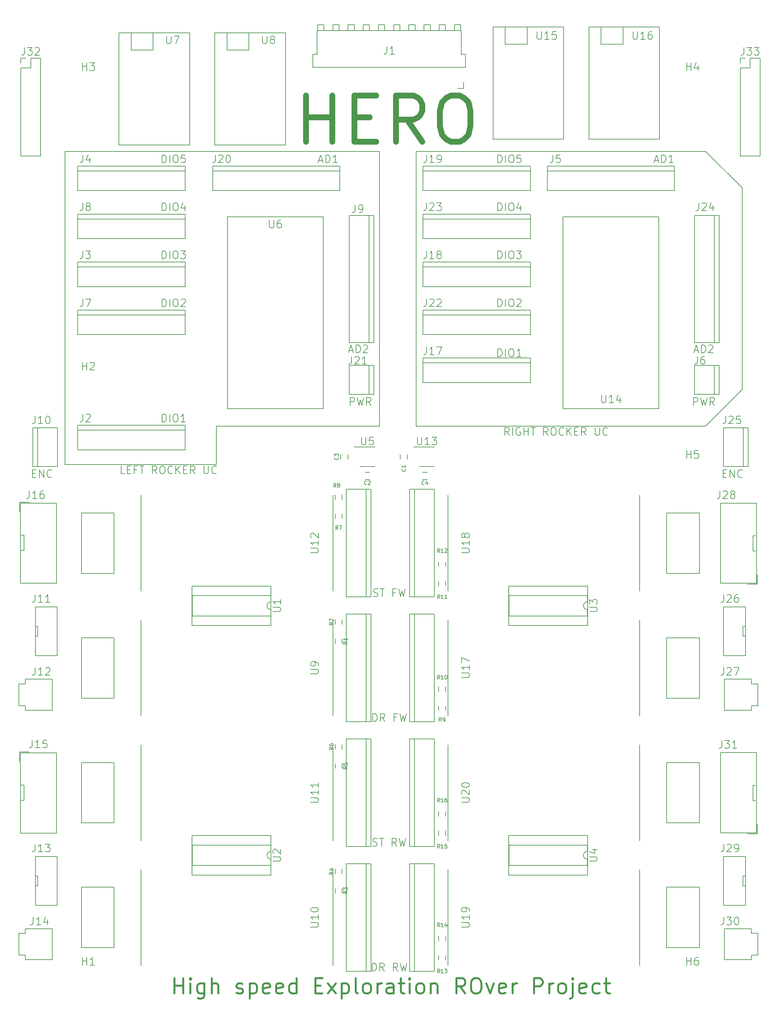
<source format=gto>
G04 #@! TF.GenerationSoftware,KiCad,Pcbnew,(5.1.4)-1*
G04 #@! TF.CreationDate,2019-11-12T14:47:24+09:00*
G04 #@! TF.ProjectId,doubleRocketInterfacingUnit,646f7562-6c65-4526-9f63-6b6574496e74,rev?*
G04 #@! TF.SameCoordinates,Original*
G04 #@! TF.FileFunction,Legend,Top*
G04 #@! TF.FilePolarity,Positive*
%FSLAX46Y46*%
G04 Gerber Fmt 4.6, Leading zero omitted, Abs format (unit mm)*
G04 Created by KiCad (PCBNEW (5.1.4)-1) date 2019-11-12 14:47:24*
%MOMM*%
%LPD*%
G04 APERTURE LIST*
%ADD10C,0.200000*%
%ADD11C,0.500000*%
%ADD12C,1.500000*%
G04 APERTURE END LIST*
D10*
X146309523Y-222404761D02*
X145642857Y-221452380D01*
X145166666Y-222404761D02*
X145166666Y-220404761D01*
X145928571Y-220404761D01*
X146119047Y-220500000D01*
X146214285Y-220595238D01*
X146309523Y-220785714D01*
X146309523Y-221071428D01*
X146214285Y-221261904D01*
X146119047Y-221357142D01*
X145928571Y-221452380D01*
X145166666Y-221452380D01*
X147166666Y-222404761D02*
X147166666Y-220404761D01*
X149166666Y-220500000D02*
X148976190Y-220404761D01*
X148690476Y-220404761D01*
X148404761Y-220500000D01*
X148214285Y-220690476D01*
X148119047Y-220880952D01*
X148023809Y-221261904D01*
X148023809Y-221547619D01*
X148119047Y-221928571D01*
X148214285Y-222119047D01*
X148404761Y-222309523D01*
X148690476Y-222404761D01*
X148880952Y-222404761D01*
X149166666Y-222309523D01*
X149261904Y-222214285D01*
X149261904Y-221547619D01*
X148880952Y-221547619D01*
X150119047Y-222404761D02*
X150119047Y-220404761D01*
X150119047Y-221357142D02*
X151261904Y-221357142D01*
X151261904Y-222404761D02*
X151261904Y-220404761D01*
X151928571Y-220404761D02*
X153071428Y-220404761D01*
X152500000Y-222404761D02*
X152500000Y-220404761D01*
X156404761Y-222404761D02*
X155738095Y-221452380D01*
X155261904Y-222404761D02*
X155261904Y-220404761D01*
X156023809Y-220404761D01*
X156214285Y-220500000D01*
X156309523Y-220595238D01*
X156404761Y-220785714D01*
X156404761Y-221071428D01*
X156309523Y-221261904D01*
X156214285Y-221357142D01*
X156023809Y-221452380D01*
X155261904Y-221452380D01*
X157642857Y-220404761D02*
X158023809Y-220404761D01*
X158214285Y-220500000D01*
X158404761Y-220690476D01*
X158500000Y-221071428D01*
X158500000Y-221738095D01*
X158404761Y-222119047D01*
X158214285Y-222309523D01*
X158023809Y-222404761D01*
X157642857Y-222404761D01*
X157452380Y-222309523D01*
X157261904Y-222119047D01*
X157166666Y-221738095D01*
X157166666Y-221071428D01*
X157261904Y-220690476D01*
X157452380Y-220500000D01*
X157642857Y-220404761D01*
X160500000Y-222214285D02*
X160404761Y-222309523D01*
X160119047Y-222404761D01*
X159928571Y-222404761D01*
X159642857Y-222309523D01*
X159452380Y-222119047D01*
X159357142Y-221928571D01*
X159261904Y-221547619D01*
X159261904Y-221261904D01*
X159357142Y-220880952D01*
X159452380Y-220690476D01*
X159642857Y-220500000D01*
X159928571Y-220404761D01*
X160119047Y-220404761D01*
X160404761Y-220500000D01*
X160500000Y-220595238D01*
X161357142Y-222404761D02*
X161357142Y-220404761D01*
X162500000Y-222404761D02*
X161642857Y-221261904D01*
X162500000Y-220404761D02*
X161357142Y-221547619D01*
X163357142Y-221357142D02*
X164023809Y-221357142D01*
X164309523Y-222404761D02*
X163357142Y-222404761D01*
X163357142Y-220404761D01*
X164309523Y-220404761D01*
X166309523Y-222404761D02*
X165642857Y-221452380D01*
X165166666Y-222404761D02*
X165166666Y-220404761D01*
X165928571Y-220404761D01*
X166119047Y-220500000D01*
X166214285Y-220595238D01*
X166309523Y-220785714D01*
X166309523Y-221071428D01*
X166214285Y-221261904D01*
X166119047Y-221357142D01*
X165928571Y-221452380D01*
X165166666Y-221452380D01*
X168690476Y-220404761D02*
X168690476Y-222023809D01*
X168785714Y-222214285D01*
X168880952Y-222309523D01*
X169071428Y-222404761D01*
X169452380Y-222404761D01*
X169642857Y-222309523D01*
X169738095Y-222214285D01*
X169833333Y-222023809D01*
X169833333Y-220404761D01*
X171928571Y-222214285D02*
X171833333Y-222309523D01*
X171547619Y-222404761D01*
X171357142Y-222404761D01*
X171071428Y-222309523D01*
X170880952Y-222119047D01*
X170785714Y-221928571D01*
X170690476Y-221547619D01*
X170690476Y-221261904D01*
X170785714Y-220880952D01*
X170880952Y-220690476D01*
X171071428Y-220500000D01*
X171357142Y-220404761D01*
X171547619Y-220404761D01*
X171833333Y-220500000D01*
X171928571Y-220595238D01*
X46071428Y-232404761D02*
X45119047Y-232404761D01*
X45119047Y-230404761D01*
X46738095Y-231357142D02*
X47404761Y-231357142D01*
X47690476Y-232404761D02*
X46738095Y-232404761D01*
X46738095Y-230404761D01*
X47690476Y-230404761D01*
X49214285Y-231357142D02*
X48547619Y-231357142D01*
X48547619Y-232404761D02*
X48547619Y-230404761D01*
X49500000Y-230404761D01*
X49976190Y-230404761D02*
X51119047Y-230404761D01*
X50547619Y-232404761D02*
X50547619Y-230404761D01*
X54452380Y-232404761D02*
X53785714Y-231452380D01*
X53309523Y-232404761D02*
X53309523Y-230404761D01*
X54071428Y-230404761D01*
X54261904Y-230500000D01*
X54357142Y-230595238D01*
X54452380Y-230785714D01*
X54452380Y-231071428D01*
X54357142Y-231261904D01*
X54261904Y-231357142D01*
X54071428Y-231452380D01*
X53309523Y-231452380D01*
X55690476Y-230404761D02*
X56071428Y-230404761D01*
X56261904Y-230500000D01*
X56452380Y-230690476D01*
X56547619Y-231071428D01*
X56547619Y-231738095D01*
X56452380Y-232119047D01*
X56261904Y-232309523D01*
X56071428Y-232404761D01*
X55690476Y-232404761D01*
X55500000Y-232309523D01*
X55309523Y-232119047D01*
X55214285Y-231738095D01*
X55214285Y-231071428D01*
X55309523Y-230690476D01*
X55500000Y-230500000D01*
X55690476Y-230404761D01*
X58547619Y-232214285D02*
X58452380Y-232309523D01*
X58166666Y-232404761D01*
X57976190Y-232404761D01*
X57690476Y-232309523D01*
X57500000Y-232119047D01*
X57404761Y-231928571D01*
X57309523Y-231547619D01*
X57309523Y-231261904D01*
X57404761Y-230880952D01*
X57500000Y-230690476D01*
X57690476Y-230500000D01*
X57976190Y-230404761D01*
X58166666Y-230404761D01*
X58452380Y-230500000D01*
X58547619Y-230595238D01*
X59404761Y-232404761D02*
X59404761Y-230404761D01*
X60547619Y-232404761D02*
X59690476Y-231261904D01*
X60547619Y-230404761D02*
X59404761Y-231547619D01*
X61404761Y-231357142D02*
X62071428Y-231357142D01*
X62357142Y-232404761D02*
X61404761Y-232404761D01*
X61404761Y-230404761D01*
X62357142Y-230404761D01*
X64357142Y-232404761D02*
X63690476Y-231452380D01*
X63214285Y-232404761D02*
X63214285Y-230404761D01*
X63976190Y-230404761D01*
X64166666Y-230500000D01*
X64261904Y-230595238D01*
X64357142Y-230785714D01*
X64357142Y-231071428D01*
X64261904Y-231261904D01*
X64166666Y-231357142D01*
X63976190Y-231452380D01*
X63214285Y-231452380D01*
X66738095Y-230404761D02*
X66738095Y-232023809D01*
X66833333Y-232214285D01*
X66928571Y-232309523D01*
X67119047Y-232404761D01*
X67500000Y-232404761D01*
X67690476Y-232309523D01*
X67785714Y-232214285D01*
X67880952Y-232023809D01*
X67880952Y-230404761D01*
X69976190Y-232214285D02*
X69880952Y-232309523D01*
X69595238Y-232404761D01*
X69404761Y-232404761D01*
X69119047Y-232309523D01*
X68928571Y-232119047D01*
X68833333Y-231928571D01*
X68738095Y-231547619D01*
X68738095Y-231261904D01*
X68833333Y-230880952D01*
X68928571Y-230690476D01*
X69119047Y-230500000D01*
X69404761Y-230404761D01*
X69595238Y-230404761D01*
X69880952Y-230500000D01*
X69976190Y-230595238D01*
X197500000Y-148500000D02*
X122000000Y-148500000D01*
X207000000Y-158000000D02*
X197500000Y-148500000D01*
X207000000Y-210500000D02*
X207000000Y-158000000D01*
X197500000Y-220000000D02*
X207000000Y-210500000D01*
X122000000Y-220000000D02*
X197500000Y-220000000D01*
X122000000Y-148500000D02*
X122000000Y-220000000D01*
X112500000Y-148500000D02*
X30500000Y-148500000D01*
X112500000Y-220000000D02*
X112500000Y-148500000D01*
X70000000Y-220000000D02*
X112500000Y-220000000D01*
X70000000Y-230000000D02*
X70000000Y-220000000D01*
X30500000Y-230000000D02*
X70000000Y-230000000D01*
X30500000Y-148500000D02*
X30500000Y-230000000D01*
D11*
X59023809Y-367809523D02*
X59023809Y-363809523D01*
X59023809Y-365714285D02*
X61309523Y-365714285D01*
X61309523Y-367809523D02*
X61309523Y-363809523D01*
X63214285Y-367809523D02*
X63214285Y-365142857D01*
X63214285Y-363809523D02*
X63023809Y-364000000D01*
X63214285Y-364190476D01*
X63404761Y-364000000D01*
X63214285Y-363809523D01*
X63214285Y-364190476D01*
X66833333Y-365142857D02*
X66833333Y-368380952D01*
X66642857Y-368761904D01*
X66452380Y-368952380D01*
X66071428Y-369142857D01*
X65499999Y-369142857D01*
X65119047Y-368952380D01*
X66833333Y-367619047D02*
X66452380Y-367809523D01*
X65690476Y-367809523D01*
X65309523Y-367619047D01*
X65119047Y-367428571D01*
X64928571Y-367047619D01*
X64928571Y-365904761D01*
X65119047Y-365523809D01*
X65309523Y-365333333D01*
X65690476Y-365142857D01*
X66452380Y-365142857D01*
X66833333Y-365333333D01*
X68738095Y-367809523D02*
X68738095Y-363809523D01*
X70452380Y-367809523D02*
X70452380Y-365714285D01*
X70261904Y-365333333D01*
X69880952Y-365142857D01*
X69309523Y-365142857D01*
X68928571Y-365333333D01*
X68738095Y-365523809D01*
X75214285Y-367619047D02*
X75595238Y-367809523D01*
X76357142Y-367809523D01*
X76738095Y-367619047D01*
X76928571Y-367238095D01*
X76928571Y-367047619D01*
X76738095Y-366666666D01*
X76357142Y-366476190D01*
X75785714Y-366476190D01*
X75404761Y-366285714D01*
X75214285Y-365904761D01*
X75214285Y-365714285D01*
X75404761Y-365333333D01*
X75785714Y-365142857D01*
X76357142Y-365142857D01*
X76738095Y-365333333D01*
X78642857Y-365142857D02*
X78642857Y-369142857D01*
X78642857Y-365333333D02*
X79023809Y-365142857D01*
X79785714Y-365142857D01*
X80166666Y-365333333D01*
X80357142Y-365523809D01*
X80547619Y-365904761D01*
X80547619Y-367047619D01*
X80357142Y-367428571D01*
X80166666Y-367619047D01*
X79785714Y-367809523D01*
X79023809Y-367809523D01*
X78642857Y-367619047D01*
X83785714Y-367619047D02*
X83404761Y-367809523D01*
X82642857Y-367809523D01*
X82261904Y-367619047D01*
X82071428Y-367238095D01*
X82071428Y-365714285D01*
X82261904Y-365333333D01*
X82642857Y-365142857D01*
X83404761Y-365142857D01*
X83785714Y-365333333D01*
X83976190Y-365714285D01*
X83976190Y-366095238D01*
X82071428Y-366476190D01*
X87214285Y-367619047D02*
X86833333Y-367809523D01*
X86071428Y-367809523D01*
X85690476Y-367619047D01*
X85499999Y-367238095D01*
X85499999Y-365714285D01*
X85690476Y-365333333D01*
X86071428Y-365142857D01*
X86833333Y-365142857D01*
X87214285Y-365333333D01*
X87404761Y-365714285D01*
X87404761Y-366095238D01*
X85499999Y-366476190D01*
X90833333Y-367809523D02*
X90833333Y-363809523D01*
X90833333Y-367619047D02*
X90452380Y-367809523D01*
X89690476Y-367809523D01*
X89309523Y-367619047D01*
X89119047Y-367428571D01*
X88928571Y-367047619D01*
X88928571Y-365904761D01*
X89119047Y-365523809D01*
X89309523Y-365333333D01*
X89690476Y-365142857D01*
X90452380Y-365142857D01*
X90833333Y-365333333D01*
X95785714Y-365714285D02*
X97119047Y-365714285D01*
X97690476Y-367809523D02*
X95785714Y-367809523D01*
X95785714Y-363809523D01*
X97690476Y-363809523D01*
X99023809Y-367809523D02*
X101119047Y-365142857D01*
X99023809Y-365142857D02*
X101119047Y-367809523D01*
X102642857Y-365142857D02*
X102642857Y-369142857D01*
X102642857Y-365333333D02*
X103023809Y-365142857D01*
X103785714Y-365142857D01*
X104166666Y-365333333D01*
X104357142Y-365523809D01*
X104547619Y-365904761D01*
X104547619Y-367047619D01*
X104357142Y-367428571D01*
X104166666Y-367619047D01*
X103785714Y-367809523D01*
X103023809Y-367809523D01*
X102642857Y-367619047D01*
X106833333Y-367809523D02*
X106452380Y-367619047D01*
X106261904Y-367238095D01*
X106261904Y-363809523D01*
X108928571Y-367809523D02*
X108547619Y-367619047D01*
X108357142Y-367428571D01*
X108166666Y-367047619D01*
X108166666Y-365904761D01*
X108357142Y-365523809D01*
X108547619Y-365333333D01*
X108928571Y-365142857D01*
X109499999Y-365142857D01*
X109880952Y-365333333D01*
X110071428Y-365523809D01*
X110261904Y-365904761D01*
X110261904Y-367047619D01*
X110071428Y-367428571D01*
X109880952Y-367619047D01*
X109499999Y-367809523D01*
X108928571Y-367809523D01*
X111976190Y-367809523D02*
X111976190Y-365142857D01*
X111976190Y-365904761D02*
X112166666Y-365523809D01*
X112357142Y-365333333D01*
X112738095Y-365142857D01*
X113119047Y-365142857D01*
X116166666Y-367809523D02*
X116166666Y-365714285D01*
X115976190Y-365333333D01*
X115595238Y-365142857D01*
X114833333Y-365142857D01*
X114452380Y-365333333D01*
X116166666Y-367619047D02*
X115785714Y-367809523D01*
X114833333Y-367809523D01*
X114452380Y-367619047D01*
X114261904Y-367238095D01*
X114261904Y-366857142D01*
X114452380Y-366476190D01*
X114833333Y-366285714D01*
X115785714Y-366285714D01*
X116166666Y-366095238D01*
X117499999Y-365142857D02*
X119023809Y-365142857D01*
X118071428Y-363809523D02*
X118071428Y-367238095D01*
X118261904Y-367619047D01*
X118642857Y-367809523D01*
X119023809Y-367809523D01*
X120357142Y-367809523D02*
X120357142Y-365142857D01*
X120357142Y-363809523D02*
X120166666Y-364000000D01*
X120357142Y-364190476D01*
X120547619Y-364000000D01*
X120357142Y-363809523D01*
X120357142Y-364190476D01*
X122833333Y-367809523D02*
X122452380Y-367619047D01*
X122261904Y-367428571D01*
X122071428Y-367047619D01*
X122071428Y-365904761D01*
X122261904Y-365523809D01*
X122452380Y-365333333D01*
X122833333Y-365142857D01*
X123404761Y-365142857D01*
X123785714Y-365333333D01*
X123976190Y-365523809D01*
X124166666Y-365904761D01*
X124166666Y-367047619D01*
X123976190Y-367428571D01*
X123785714Y-367619047D01*
X123404761Y-367809523D01*
X122833333Y-367809523D01*
X125880952Y-365142857D02*
X125880952Y-367809523D01*
X125880952Y-365523809D02*
X126071428Y-365333333D01*
X126452380Y-365142857D01*
X127023809Y-365142857D01*
X127404761Y-365333333D01*
X127595238Y-365714285D01*
X127595238Y-367809523D01*
X134833333Y-367809523D02*
X133499999Y-365904761D01*
X132547619Y-367809523D02*
X132547619Y-363809523D01*
X134071428Y-363809523D01*
X134452380Y-364000000D01*
X134642857Y-364190476D01*
X134833333Y-364571428D01*
X134833333Y-365142857D01*
X134642857Y-365523809D01*
X134452380Y-365714285D01*
X134071428Y-365904761D01*
X132547619Y-365904761D01*
X137309523Y-363809523D02*
X138071428Y-363809523D01*
X138452380Y-364000000D01*
X138833333Y-364380952D01*
X139023809Y-365142857D01*
X139023809Y-366476190D01*
X138833333Y-367238095D01*
X138452380Y-367619047D01*
X138071428Y-367809523D01*
X137309523Y-367809523D01*
X136928571Y-367619047D01*
X136547619Y-367238095D01*
X136357142Y-366476190D01*
X136357142Y-365142857D01*
X136547619Y-364380952D01*
X136928571Y-364000000D01*
X137309523Y-363809523D01*
X140357142Y-365142857D02*
X141309523Y-367809523D01*
X142261904Y-365142857D01*
X145309523Y-367619047D02*
X144928571Y-367809523D01*
X144166666Y-367809523D01*
X143785714Y-367619047D01*
X143595238Y-367238095D01*
X143595238Y-365714285D01*
X143785714Y-365333333D01*
X144166666Y-365142857D01*
X144928571Y-365142857D01*
X145309523Y-365333333D01*
X145500000Y-365714285D01*
X145500000Y-366095238D01*
X143595238Y-366476190D01*
X147214285Y-367809523D02*
X147214285Y-365142857D01*
X147214285Y-365904761D02*
X147404761Y-365523809D01*
X147595238Y-365333333D01*
X147976190Y-365142857D01*
X148357142Y-365142857D01*
X152738095Y-367809523D02*
X152738095Y-363809523D01*
X154261904Y-363809523D01*
X154642857Y-364000000D01*
X154833333Y-364190476D01*
X155023809Y-364571428D01*
X155023809Y-365142857D01*
X154833333Y-365523809D01*
X154642857Y-365714285D01*
X154261904Y-365904761D01*
X152738095Y-365904761D01*
X156738095Y-367809523D02*
X156738095Y-365142857D01*
X156738095Y-365904761D02*
X156928571Y-365523809D01*
X157119047Y-365333333D01*
X157500000Y-365142857D01*
X157880952Y-365142857D01*
X159785714Y-367809523D02*
X159404761Y-367619047D01*
X159214285Y-367428571D01*
X159023809Y-367047619D01*
X159023809Y-365904761D01*
X159214285Y-365523809D01*
X159404761Y-365333333D01*
X159785714Y-365142857D01*
X160357142Y-365142857D01*
X160738095Y-365333333D01*
X160928571Y-365523809D01*
X161119047Y-365904761D01*
X161119047Y-367047619D01*
X160928571Y-367428571D01*
X160738095Y-367619047D01*
X160357142Y-367809523D01*
X159785714Y-367809523D01*
X162833333Y-365142857D02*
X162833333Y-368571428D01*
X162642857Y-368952380D01*
X162261904Y-369142857D01*
X162071428Y-369142857D01*
X162833333Y-363809523D02*
X162642857Y-364000000D01*
X162833333Y-364190476D01*
X163023809Y-364000000D01*
X162833333Y-363809523D01*
X162833333Y-364190476D01*
X166261904Y-367619047D02*
X165880952Y-367809523D01*
X165119047Y-367809523D01*
X164738095Y-367619047D01*
X164547619Y-367238095D01*
X164547619Y-365714285D01*
X164738095Y-365333333D01*
X165119047Y-365142857D01*
X165880952Y-365142857D01*
X166261904Y-365333333D01*
X166452380Y-365714285D01*
X166452380Y-366095238D01*
X164547619Y-366476190D01*
X169880952Y-367619047D02*
X169500000Y-367809523D01*
X168738095Y-367809523D01*
X168357142Y-367619047D01*
X168166666Y-367428571D01*
X167976190Y-367047619D01*
X167976190Y-365904761D01*
X168166666Y-365523809D01*
X168357142Y-365333333D01*
X168738095Y-365142857D01*
X169500000Y-365142857D01*
X169880952Y-365333333D01*
X171023809Y-365142857D02*
X172547619Y-365142857D01*
X171595238Y-363809523D02*
X171595238Y-367238095D01*
X171785714Y-367619047D01*
X172166666Y-367809523D01*
X172547619Y-367809523D01*
D12*
X93357142Y-145928571D02*
X93357142Y-133928571D01*
X93357142Y-139642857D02*
X100214285Y-139642857D01*
X100214285Y-145928571D02*
X100214285Y-133928571D01*
X105928571Y-139642857D02*
X109928571Y-139642857D01*
X111642857Y-145928571D02*
X105928571Y-145928571D01*
X105928571Y-133928571D01*
X111642857Y-133928571D01*
X123642857Y-145928571D02*
X119642857Y-140214285D01*
X116785714Y-145928571D02*
X116785714Y-133928571D01*
X121357142Y-133928571D01*
X122500000Y-134500000D01*
X123071428Y-135071428D01*
X123642857Y-136214285D01*
X123642857Y-137928571D01*
X123071428Y-139071428D01*
X122500000Y-139642857D01*
X121357142Y-140214285D01*
X116785714Y-140214285D01*
X131071428Y-133928571D02*
X133357142Y-133928571D01*
X134500000Y-134500000D01*
X135642857Y-135642857D01*
X136214285Y-137928571D01*
X136214285Y-141928571D01*
X135642857Y-144214285D01*
X134500000Y-145357142D01*
X133357142Y-145928571D01*
X131071428Y-145928571D01*
X129928571Y-145357142D01*
X128785714Y-144214285D01*
X128214285Y-141928571D01*
X128214285Y-137928571D01*
X128785714Y-135642857D01*
X129928571Y-134500000D01*
X131071428Y-133928571D01*
D10*
X202023809Y-232357142D02*
X202690476Y-232357142D01*
X202976190Y-233404761D02*
X202023809Y-233404761D01*
X202023809Y-231404761D01*
X202976190Y-231404761D01*
X203833333Y-233404761D02*
X203833333Y-231404761D01*
X204976190Y-233404761D01*
X204976190Y-231404761D01*
X207071428Y-233214285D02*
X206976190Y-233309523D01*
X206690476Y-233404761D01*
X206500000Y-233404761D01*
X206214285Y-233309523D01*
X206023809Y-233119047D01*
X205928571Y-232928571D01*
X205833333Y-232547619D01*
X205833333Y-232261904D01*
X205928571Y-231880952D01*
X206023809Y-231690476D01*
X206214285Y-231500000D01*
X206500000Y-231404761D01*
X206690476Y-231404761D01*
X206976190Y-231500000D01*
X207071428Y-231595238D01*
X22023809Y-232357142D02*
X22690476Y-232357142D01*
X22976190Y-233404761D02*
X22023809Y-233404761D01*
X22023809Y-231404761D01*
X22976190Y-231404761D01*
X23833333Y-233404761D02*
X23833333Y-231404761D01*
X24976190Y-233404761D01*
X24976190Y-231404761D01*
X27071428Y-233214285D02*
X26976190Y-233309523D01*
X26690476Y-233404761D01*
X26500000Y-233404761D01*
X26214285Y-233309523D01*
X26023809Y-233119047D01*
X25928571Y-232928571D01*
X25833333Y-232547619D01*
X25833333Y-232261904D01*
X25928571Y-231880952D01*
X26023809Y-231690476D01*
X26214285Y-231500000D01*
X26500000Y-231404761D01*
X26690476Y-231404761D01*
X26976190Y-231500000D01*
X27071428Y-231595238D01*
X110571428Y-361904761D02*
X110571428Y-359904761D01*
X111047619Y-359904761D01*
X111333333Y-360000000D01*
X111523809Y-360190476D01*
X111619047Y-360380952D01*
X111714285Y-360761904D01*
X111714285Y-361047619D01*
X111619047Y-361428571D01*
X111523809Y-361619047D01*
X111333333Y-361809523D01*
X111047619Y-361904761D01*
X110571428Y-361904761D01*
X113714285Y-361904761D02*
X113047619Y-360952380D01*
X112571428Y-361904761D02*
X112571428Y-359904761D01*
X113333333Y-359904761D01*
X113523809Y-360000000D01*
X113619047Y-360095238D01*
X113714285Y-360285714D01*
X113714285Y-360571428D01*
X113619047Y-360761904D01*
X113523809Y-360857142D01*
X113333333Y-360952380D01*
X112571428Y-360952380D01*
X117238095Y-361904761D02*
X116571428Y-360952380D01*
X116095238Y-361904761D02*
X116095238Y-359904761D01*
X116857142Y-359904761D01*
X117047619Y-360000000D01*
X117142857Y-360095238D01*
X117238095Y-360285714D01*
X117238095Y-360571428D01*
X117142857Y-360761904D01*
X117047619Y-360857142D01*
X116857142Y-360952380D01*
X116095238Y-360952380D01*
X117904761Y-359904761D02*
X118380952Y-361904761D01*
X118761904Y-360476190D01*
X119142857Y-361904761D01*
X119619047Y-359904761D01*
X110761904Y-329309523D02*
X111047619Y-329404761D01*
X111523809Y-329404761D01*
X111714285Y-329309523D01*
X111809523Y-329214285D01*
X111904761Y-329023809D01*
X111904761Y-328833333D01*
X111809523Y-328642857D01*
X111714285Y-328547619D01*
X111523809Y-328452380D01*
X111142857Y-328357142D01*
X110952380Y-328261904D01*
X110857142Y-328166666D01*
X110761904Y-327976190D01*
X110761904Y-327785714D01*
X110857142Y-327595238D01*
X110952380Y-327500000D01*
X111142857Y-327404761D01*
X111619047Y-327404761D01*
X111904761Y-327500000D01*
X112476190Y-327404761D02*
X113619047Y-327404761D01*
X113047619Y-329404761D02*
X113047619Y-327404761D01*
X116952380Y-329404761D02*
X116285714Y-328452380D01*
X115809523Y-329404761D02*
X115809523Y-327404761D01*
X116571428Y-327404761D01*
X116761904Y-327500000D01*
X116857142Y-327595238D01*
X116952380Y-327785714D01*
X116952380Y-328071428D01*
X116857142Y-328261904D01*
X116761904Y-328357142D01*
X116571428Y-328452380D01*
X115809523Y-328452380D01*
X117619047Y-327404761D02*
X118095238Y-329404761D01*
X118476190Y-327976190D01*
X118857142Y-329404761D01*
X119333333Y-327404761D01*
X110714285Y-296904761D02*
X110714285Y-294904761D01*
X111190476Y-294904761D01*
X111476190Y-295000000D01*
X111666666Y-295190476D01*
X111761904Y-295380952D01*
X111857142Y-295761904D01*
X111857142Y-296047619D01*
X111761904Y-296428571D01*
X111666666Y-296619047D01*
X111476190Y-296809523D01*
X111190476Y-296904761D01*
X110714285Y-296904761D01*
X113857142Y-296904761D02*
X113190476Y-295952380D01*
X112714285Y-296904761D02*
X112714285Y-294904761D01*
X113476190Y-294904761D01*
X113666666Y-295000000D01*
X113761904Y-295095238D01*
X113857142Y-295285714D01*
X113857142Y-295571428D01*
X113761904Y-295761904D01*
X113666666Y-295857142D01*
X113476190Y-295952380D01*
X112714285Y-295952380D01*
X116904761Y-295857142D02*
X116238095Y-295857142D01*
X116238095Y-296904761D02*
X116238095Y-294904761D01*
X117190476Y-294904761D01*
X117761904Y-294904761D02*
X118238095Y-296904761D01*
X118619047Y-295476190D01*
X119000000Y-296904761D01*
X119476190Y-294904761D01*
X110904761Y-264309523D02*
X111190476Y-264404761D01*
X111666666Y-264404761D01*
X111857142Y-264309523D01*
X111952380Y-264214285D01*
X112047619Y-264023809D01*
X112047619Y-263833333D01*
X111952380Y-263642857D01*
X111857142Y-263547619D01*
X111666666Y-263452380D01*
X111285714Y-263357142D01*
X111095238Y-263261904D01*
X111000000Y-263166666D01*
X110904761Y-262976190D01*
X110904761Y-262785714D01*
X111000000Y-262595238D01*
X111095238Y-262500000D01*
X111285714Y-262404761D01*
X111761904Y-262404761D01*
X112047619Y-262500000D01*
X112619047Y-262404761D02*
X113761904Y-262404761D01*
X113190476Y-264404761D02*
X113190476Y-262404761D01*
X116619047Y-263357142D02*
X115952380Y-263357142D01*
X115952380Y-264404761D02*
X115952380Y-262404761D01*
X116904761Y-262404761D01*
X117476190Y-262404761D02*
X117952380Y-264404761D01*
X118333333Y-262976190D01*
X118714285Y-264404761D01*
X119190476Y-262404761D01*
X143320000Y-201904761D02*
X143320000Y-199904761D01*
X143796190Y-199904761D01*
X144081904Y-200000000D01*
X144272380Y-200190476D01*
X144367619Y-200380952D01*
X144462857Y-200761904D01*
X144462857Y-201047619D01*
X144367619Y-201428571D01*
X144272380Y-201619047D01*
X144081904Y-201809523D01*
X143796190Y-201904761D01*
X143320000Y-201904761D01*
X145320000Y-201904761D02*
X145320000Y-199904761D01*
X146653333Y-199904761D02*
X147034285Y-199904761D01*
X147224761Y-200000000D01*
X147415238Y-200190476D01*
X147510476Y-200571428D01*
X147510476Y-201238095D01*
X147415238Y-201619047D01*
X147224761Y-201809523D01*
X147034285Y-201904761D01*
X146653333Y-201904761D01*
X146462857Y-201809523D01*
X146272380Y-201619047D01*
X146177142Y-201238095D01*
X146177142Y-200571428D01*
X146272380Y-200190476D01*
X146462857Y-200000000D01*
X146653333Y-199904761D01*
X149415238Y-201904761D02*
X148272380Y-201904761D01*
X148843809Y-201904761D02*
X148843809Y-199904761D01*
X148653333Y-200190476D01*
X148462857Y-200380952D01*
X148272380Y-200476190D01*
X143320000Y-176404761D02*
X143320000Y-174404761D01*
X143796190Y-174404761D01*
X144081904Y-174500000D01*
X144272380Y-174690476D01*
X144367619Y-174880952D01*
X144462857Y-175261904D01*
X144462857Y-175547619D01*
X144367619Y-175928571D01*
X144272380Y-176119047D01*
X144081904Y-176309523D01*
X143796190Y-176404761D01*
X143320000Y-176404761D01*
X145320000Y-176404761D02*
X145320000Y-174404761D01*
X146653333Y-174404761D02*
X147034285Y-174404761D01*
X147224761Y-174500000D01*
X147415238Y-174690476D01*
X147510476Y-175071428D01*
X147510476Y-175738095D01*
X147415238Y-176119047D01*
X147224761Y-176309523D01*
X147034285Y-176404761D01*
X146653333Y-176404761D01*
X146462857Y-176309523D01*
X146272380Y-176119047D01*
X146177142Y-175738095D01*
X146177142Y-175071428D01*
X146272380Y-174690476D01*
X146462857Y-174500000D01*
X146653333Y-174404761D01*
X148177142Y-174404761D02*
X149415238Y-174404761D01*
X148748571Y-175166666D01*
X149034285Y-175166666D01*
X149224761Y-175261904D01*
X149320000Y-175357142D01*
X149415238Y-175547619D01*
X149415238Y-176023809D01*
X149320000Y-176214285D01*
X149224761Y-176309523D01*
X149034285Y-176404761D01*
X148462857Y-176404761D01*
X148272380Y-176309523D01*
X148177142Y-176214285D01*
X194571428Y-200333333D02*
X195523809Y-200333333D01*
X194380952Y-200904761D02*
X195047619Y-198904761D01*
X195714285Y-200904761D01*
X196380952Y-200904761D02*
X196380952Y-198904761D01*
X196857142Y-198904761D01*
X197142857Y-199000000D01*
X197333333Y-199190476D01*
X197428571Y-199380952D01*
X197523809Y-199761904D01*
X197523809Y-200047619D01*
X197428571Y-200428571D01*
X197333333Y-200619047D01*
X197142857Y-200809523D01*
X196857142Y-200904761D01*
X196380952Y-200904761D01*
X198285714Y-199095238D02*
X198380952Y-199000000D01*
X198571428Y-198904761D01*
X199047619Y-198904761D01*
X199238095Y-199000000D01*
X199333333Y-199095238D01*
X199428571Y-199285714D01*
X199428571Y-199476190D01*
X199333333Y-199761904D01*
X198190476Y-200904761D01*
X199428571Y-200904761D01*
X143320000Y-188904761D02*
X143320000Y-186904761D01*
X143796190Y-186904761D01*
X144081904Y-187000000D01*
X144272380Y-187190476D01*
X144367619Y-187380952D01*
X144462857Y-187761904D01*
X144462857Y-188047619D01*
X144367619Y-188428571D01*
X144272380Y-188619047D01*
X144081904Y-188809523D01*
X143796190Y-188904761D01*
X143320000Y-188904761D01*
X145320000Y-188904761D02*
X145320000Y-186904761D01*
X146653333Y-186904761D02*
X147034285Y-186904761D01*
X147224761Y-187000000D01*
X147415238Y-187190476D01*
X147510476Y-187571428D01*
X147510476Y-188238095D01*
X147415238Y-188619047D01*
X147224761Y-188809523D01*
X147034285Y-188904761D01*
X146653333Y-188904761D01*
X146462857Y-188809523D01*
X146272380Y-188619047D01*
X146177142Y-188238095D01*
X146177142Y-187571428D01*
X146272380Y-187190476D01*
X146462857Y-187000000D01*
X146653333Y-186904761D01*
X148272380Y-187095238D02*
X148367619Y-187000000D01*
X148558095Y-186904761D01*
X149034285Y-186904761D01*
X149224761Y-187000000D01*
X149320000Y-187095238D01*
X149415238Y-187285714D01*
X149415238Y-187476190D01*
X149320000Y-187761904D01*
X148177142Y-188904761D01*
X149415238Y-188904761D01*
X194333333Y-214604761D02*
X194333333Y-212604761D01*
X195095238Y-212604761D01*
X195285714Y-212700000D01*
X195380952Y-212795238D01*
X195476190Y-212985714D01*
X195476190Y-213271428D01*
X195380952Y-213461904D01*
X195285714Y-213557142D01*
X195095238Y-213652380D01*
X194333333Y-213652380D01*
X196142857Y-212604761D02*
X196619047Y-214604761D01*
X197000000Y-213176190D01*
X197380952Y-214604761D01*
X197857142Y-212604761D01*
X199761904Y-214604761D02*
X199095238Y-213652380D01*
X198619047Y-214604761D02*
X198619047Y-212604761D01*
X199380952Y-212604761D01*
X199571428Y-212700000D01*
X199666666Y-212795238D01*
X199761904Y-212985714D01*
X199761904Y-213271428D01*
X199666666Y-213461904D01*
X199571428Y-213557142D01*
X199380952Y-213652380D01*
X198619047Y-213652380D01*
X143320000Y-163904761D02*
X143320000Y-161904761D01*
X143796190Y-161904761D01*
X144081904Y-162000000D01*
X144272380Y-162190476D01*
X144367619Y-162380952D01*
X144462857Y-162761904D01*
X144462857Y-163047619D01*
X144367619Y-163428571D01*
X144272380Y-163619047D01*
X144081904Y-163809523D01*
X143796190Y-163904761D01*
X143320000Y-163904761D01*
X145320000Y-163904761D02*
X145320000Y-161904761D01*
X146653333Y-161904761D02*
X147034285Y-161904761D01*
X147224761Y-162000000D01*
X147415238Y-162190476D01*
X147510476Y-162571428D01*
X147510476Y-163238095D01*
X147415238Y-163619047D01*
X147224761Y-163809523D01*
X147034285Y-163904761D01*
X146653333Y-163904761D01*
X146462857Y-163809523D01*
X146272380Y-163619047D01*
X146177142Y-163238095D01*
X146177142Y-162571428D01*
X146272380Y-162190476D01*
X146462857Y-162000000D01*
X146653333Y-161904761D01*
X149224761Y-162571428D02*
X149224761Y-163904761D01*
X148748571Y-161809523D02*
X148272380Y-163238095D01*
X149510476Y-163238095D01*
X143320000Y-151404761D02*
X143320000Y-149404761D01*
X143796190Y-149404761D01*
X144081904Y-149500000D01*
X144272380Y-149690476D01*
X144367619Y-149880952D01*
X144462857Y-150261904D01*
X144462857Y-150547619D01*
X144367619Y-150928571D01*
X144272380Y-151119047D01*
X144081904Y-151309523D01*
X143796190Y-151404761D01*
X143320000Y-151404761D01*
X145320000Y-151404761D02*
X145320000Y-149404761D01*
X146653333Y-149404761D02*
X147034285Y-149404761D01*
X147224761Y-149500000D01*
X147415238Y-149690476D01*
X147510476Y-150071428D01*
X147510476Y-150738095D01*
X147415238Y-151119047D01*
X147224761Y-151309523D01*
X147034285Y-151404761D01*
X146653333Y-151404761D01*
X146462857Y-151309523D01*
X146272380Y-151119047D01*
X146177142Y-150738095D01*
X146177142Y-150071428D01*
X146272380Y-149690476D01*
X146462857Y-149500000D01*
X146653333Y-149404761D01*
X149320000Y-149404761D02*
X148367619Y-149404761D01*
X148272380Y-150357142D01*
X148367619Y-150261904D01*
X148558095Y-150166666D01*
X149034285Y-150166666D01*
X149224761Y-150261904D01*
X149320000Y-150357142D01*
X149415238Y-150547619D01*
X149415238Y-151023809D01*
X149320000Y-151214285D01*
X149224761Y-151309523D01*
X149034285Y-151404761D01*
X148558095Y-151404761D01*
X148367619Y-151309523D01*
X148272380Y-151214285D01*
X184181428Y-150833333D02*
X185133809Y-150833333D01*
X183990952Y-151404761D02*
X184657619Y-149404761D01*
X185324285Y-151404761D01*
X185990952Y-151404761D02*
X185990952Y-149404761D01*
X186467142Y-149404761D01*
X186752857Y-149500000D01*
X186943333Y-149690476D01*
X187038571Y-149880952D01*
X187133809Y-150261904D01*
X187133809Y-150547619D01*
X187038571Y-150928571D01*
X186943333Y-151119047D01*
X186752857Y-151309523D01*
X186467142Y-151404761D01*
X185990952Y-151404761D01*
X189038571Y-151404761D02*
X187895714Y-151404761D01*
X188467142Y-151404761D02*
X188467142Y-149404761D01*
X188276666Y-149690476D01*
X188086190Y-149880952D01*
X187895714Y-149976190D01*
X104833333Y-214604761D02*
X104833333Y-212604761D01*
X105595238Y-212604761D01*
X105785714Y-212700000D01*
X105880952Y-212795238D01*
X105976190Y-212985714D01*
X105976190Y-213271428D01*
X105880952Y-213461904D01*
X105785714Y-213557142D01*
X105595238Y-213652380D01*
X104833333Y-213652380D01*
X106642857Y-212604761D02*
X107119047Y-214604761D01*
X107500000Y-213176190D01*
X107880952Y-214604761D01*
X108357142Y-212604761D01*
X110261904Y-214604761D02*
X109595238Y-213652380D01*
X109119047Y-214604761D02*
X109119047Y-212604761D01*
X109880952Y-212604761D01*
X110071428Y-212700000D01*
X110166666Y-212795238D01*
X110261904Y-212985714D01*
X110261904Y-213271428D01*
X110166666Y-213461904D01*
X110071428Y-213557142D01*
X109880952Y-213652380D01*
X109119047Y-213652380D01*
X96681428Y-150833333D02*
X97633809Y-150833333D01*
X96490952Y-151404761D02*
X97157619Y-149404761D01*
X97824285Y-151404761D01*
X98490952Y-151404761D02*
X98490952Y-149404761D01*
X98967142Y-149404761D01*
X99252857Y-149500000D01*
X99443333Y-149690476D01*
X99538571Y-149880952D01*
X99633809Y-150261904D01*
X99633809Y-150547619D01*
X99538571Y-150928571D01*
X99443333Y-151119047D01*
X99252857Y-151309523D01*
X98967142Y-151404761D01*
X98490952Y-151404761D01*
X101538571Y-151404761D02*
X100395714Y-151404761D01*
X100967142Y-151404761D02*
X100967142Y-149404761D01*
X100776666Y-149690476D01*
X100586190Y-149880952D01*
X100395714Y-149976190D01*
X104571428Y-200333333D02*
X105523809Y-200333333D01*
X104380952Y-200904761D02*
X105047619Y-198904761D01*
X105714285Y-200904761D01*
X106380952Y-200904761D02*
X106380952Y-198904761D01*
X106857142Y-198904761D01*
X107142857Y-199000000D01*
X107333333Y-199190476D01*
X107428571Y-199380952D01*
X107523809Y-199761904D01*
X107523809Y-200047619D01*
X107428571Y-200428571D01*
X107333333Y-200619047D01*
X107142857Y-200809523D01*
X106857142Y-200904761D01*
X106380952Y-200904761D01*
X108285714Y-199095238D02*
X108380952Y-199000000D01*
X108571428Y-198904761D01*
X109047619Y-198904761D01*
X109238095Y-199000000D01*
X109333333Y-199095238D01*
X109428571Y-199285714D01*
X109428571Y-199476190D01*
X109333333Y-199761904D01*
X108190476Y-200904761D01*
X109428571Y-200904761D01*
X55820000Y-218904761D02*
X55820000Y-216904761D01*
X56296190Y-216904761D01*
X56581904Y-217000000D01*
X56772380Y-217190476D01*
X56867619Y-217380952D01*
X56962857Y-217761904D01*
X56962857Y-218047619D01*
X56867619Y-218428571D01*
X56772380Y-218619047D01*
X56581904Y-218809523D01*
X56296190Y-218904761D01*
X55820000Y-218904761D01*
X57820000Y-218904761D02*
X57820000Y-216904761D01*
X59153333Y-216904761D02*
X59534285Y-216904761D01*
X59724761Y-217000000D01*
X59915238Y-217190476D01*
X60010476Y-217571428D01*
X60010476Y-218238095D01*
X59915238Y-218619047D01*
X59724761Y-218809523D01*
X59534285Y-218904761D01*
X59153333Y-218904761D01*
X58962857Y-218809523D01*
X58772380Y-218619047D01*
X58677142Y-218238095D01*
X58677142Y-217571428D01*
X58772380Y-217190476D01*
X58962857Y-217000000D01*
X59153333Y-216904761D01*
X61915238Y-218904761D02*
X60772380Y-218904761D01*
X61343809Y-218904761D02*
X61343809Y-216904761D01*
X61153333Y-217190476D01*
X60962857Y-217380952D01*
X60772380Y-217476190D01*
X55820000Y-188904761D02*
X55820000Y-186904761D01*
X56296190Y-186904761D01*
X56581904Y-187000000D01*
X56772380Y-187190476D01*
X56867619Y-187380952D01*
X56962857Y-187761904D01*
X56962857Y-188047619D01*
X56867619Y-188428571D01*
X56772380Y-188619047D01*
X56581904Y-188809523D01*
X56296190Y-188904761D01*
X55820000Y-188904761D01*
X57820000Y-188904761D02*
X57820000Y-186904761D01*
X59153333Y-186904761D02*
X59534285Y-186904761D01*
X59724761Y-187000000D01*
X59915238Y-187190476D01*
X60010476Y-187571428D01*
X60010476Y-188238095D01*
X59915238Y-188619047D01*
X59724761Y-188809523D01*
X59534285Y-188904761D01*
X59153333Y-188904761D01*
X58962857Y-188809523D01*
X58772380Y-188619047D01*
X58677142Y-188238095D01*
X58677142Y-187571428D01*
X58772380Y-187190476D01*
X58962857Y-187000000D01*
X59153333Y-186904761D01*
X60772380Y-187095238D02*
X60867619Y-187000000D01*
X61058095Y-186904761D01*
X61534285Y-186904761D01*
X61724761Y-187000000D01*
X61820000Y-187095238D01*
X61915238Y-187285714D01*
X61915238Y-187476190D01*
X61820000Y-187761904D01*
X60677142Y-188904761D01*
X61915238Y-188904761D01*
X55820000Y-176404761D02*
X55820000Y-174404761D01*
X56296190Y-174404761D01*
X56581904Y-174500000D01*
X56772380Y-174690476D01*
X56867619Y-174880952D01*
X56962857Y-175261904D01*
X56962857Y-175547619D01*
X56867619Y-175928571D01*
X56772380Y-176119047D01*
X56581904Y-176309523D01*
X56296190Y-176404761D01*
X55820000Y-176404761D01*
X57820000Y-176404761D02*
X57820000Y-174404761D01*
X59153333Y-174404761D02*
X59534285Y-174404761D01*
X59724761Y-174500000D01*
X59915238Y-174690476D01*
X60010476Y-175071428D01*
X60010476Y-175738095D01*
X59915238Y-176119047D01*
X59724761Y-176309523D01*
X59534285Y-176404761D01*
X59153333Y-176404761D01*
X58962857Y-176309523D01*
X58772380Y-176119047D01*
X58677142Y-175738095D01*
X58677142Y-175071428D01*
X58772380Y-174690476D01*
X58962857Y-174500000D01*
X59153333Y-174404761D01*
X60677142Y-174404761D02*
X61915238Y-174404761D01*
X61248571Y-175166666D01*
X61534285Y-175166666D01*
X61724761Y-175261904D01*
X61820000Y-175357142D01*
X61915238Y-175547619D01*
X61915238Y-176023809D01*
X61820000Y-176214285D01*
X61724761Y-176309523D01*
X61534285Y-176404761D01*
X60962857Y-176404761D01*
X60772380Y-176309523D01*
X60677142Y-176214285D01*
X55820000Y-163904761D02*
X55820000Y-161904761D01*
X56296190Y-161904761D01*
X56581904Y-162000000D01*
X56772380Y-162190476D01*
X56867619Y-162380952D01*
X56962857Y-162761904D01*
X56962857Y-163047619D01*
X56867619Y-163428571D01*
X56772380Y-163619047D01*
X56581904Y-163809523D01*
X56296190Y-163904761D01*
X55820000Y-163904761D01*
X57820000Y-163904761D02*
X57820000Y-161904761D01*
X59153333Y-161904761D02*
X59534285Y-161904761D01*
X59724761Y-162000000D01*
X59915238Y-162190476D01*
X60010476Y-162571428D01*
X60010476Y-163238095D01*
X59915238Y-163619047D01*
X59724761Y-163809523D01*
X59534285Y-163904761D01*
X59153333Y-163904761D01*
X58962857Y-163809523D01*
X58772380Y-163619047D01*
X58677142Y-163238095D01*
X58677142Y-162571428D01*
X58772380Y-162190476D01*
X58962857Y-162000000D01*
X59153333Y-161904761D01*
X61724761Y-162571428D02*
X61724761Y-163904761D01*
X61248571Y-161809523D02*
X60772380Y-163238095D01*
X62010476Y-163238095D01*
X55820000Y-151404761D02*
X55820000Y-149404761D01*
X56296190Y-149404761D01*
X56581904Y-149500000D01*
X56772380Y-149690476D01*
X56867619Y-149880952D01*
X56962857Y-150261904D01*
X56962857Y-150547619D01*
X56867619Y-150928571D01*
X56772380Y-151119047D01*
X56581904Y-151309523D01*
X56296190Y-151404761D01*
X55820000Y-151404761D01*
X57820000Y-151404761D02*
X57820000Y-149404761D01*
X59153333Y-149404761D02*
X59534285Y-149404761D01*
X59724761Y-149500000D01*
X59915238Y-149690476D01*
X60010476Y-150071428D01*
X60010476Y-150738095D01*
X59915238Y-151119047D01*
X59724761Y-151309523D01*
X59534285Y-151404761D01*
X59153333Y-151404761D01*
X58962857Y-151309523D01*
X58772380Y-151119047D01*
X58677142Y-150738095D01*
X58677142Y-150071428D01*
X58772380Y-149690476D01*
X58962857Y-149500000D01*
X59153333Y-149404761D01*
X61820000Y-149404761D02*
X60867619Y-149404761D01*
X60772380Y-150357142D01*
X60867619Y-150261904D01*
X61058095Y-150166666D01*
X61534285Y-150166666D01*
X61724761Y-150261904D01*
X61820000Y-150357142D01*
X61915238Y-150547619D01*
X61915238Y-151023809D01*
X61820000Y-151214285D01*
X61724761Y-151309523D01*
X61534285Y-151404761D01*
X61058095Y-151404761D01*
X60867619Y-151309523D01*
X60772380Y-151214285D01*
X34820000Y-340130000D02*
X43320000Y-340130000D01*
X43320000Y-355870000D02*
X34820000Y-355870000D01*
X43320000Y-340130000D02*
X43320000Y-355870000D01*
X34820000Y-340130000D02*
X34820000Y-355870000D01*
X109000000Y-334000000D02*
X109000000Y-362000000D01*
X110270000Y-334000000D02*
X110270000Y-362000000D01*
X103870000Y-334000000D02*
X110270000Y-334000000D01*
X103870000Y-362000000D02*
X103870000Y-334000000D01*
X110270000Y-362000000D02*
X103870000Y-362000000D01*
X100320000Y-335500000D02*
X100320000Y-360500000D01*
X50320000Y-360500000D02*
X50320000Y-335500000D01*
X34820000Y-307630000D02*
X43320000Y-307630000D01*
X43320000Y-323370000D02*
X34820000Y-323370000D01*
X43320000Y-307630000D02*
X43320000Y-323370000D01*
X34820000Y-307630000D02*
X34820000Y-323370000D01*
X109000000Y-301500000D02*
X109000000Y-329500000D01*
X110270000Y-301500000D02*
X110270000Y-329500000D01*
X103870000Y-301500000D02*
X110270000Y-301500000D01*
X103870000Y-329500000D02*
X103870000Y-301500000D01*
X110270000Y-329500000D02*
X103870000Y-329500000D01*
X100320000Y-303000000D02*
X100320000Y-328000000D01*
X50320000Y-328000000D02*
X50320000Y-303000000D01*
X34820000Y-242630000D02*
X43320000Y-242630000D01*
X43320000Y-258370000D02*
X34820000Y-258370000D01*
X43320000Y-242630000D02*
X43320000Y-258370000D01*
X34820000Y-242630000D02*
X34820000Y-258370000D01*
X109000000Y-236500000D02*
X109000000Y-264500000D01*
X110270000Y-236500000D02*
X110270000Y-264500000D01*
X103870000Y-236500000D02*
X110270000Y-236500000D01*
X103870000Y-264500000D02*
X103870000Y-236500000D01*
X110270000Y-264500000D02*
X103870000Y-264500000D01*
X100320000Y-238000000D02*
X100320000Y-263000000D01*
X50320000Y-263000000D02*
X50320000Y-238000000D01*
X34820000Y-275130000D02*
X43320000Y-275130000D01*
X43320000Y-290870000D02*
X34820000Y-290870000D01*
X43320000Y-275130000D02*
X43320000Y-290870000D01*
X34820000Y-275130000D02*
X34820000Y-290870000D01*
X109000000Y-269000000D02*
X109000000Y-297000000D01*
X110270000Y-269000000D02*
X110270000Y-297000000D01*
X103870000Y-269000000D02*
X110270000Y-269000000D01*
X103870000Y-297000000D02*
X103870000Y-269000000D01*
X110270000Y-297000000D02*
X103870000Y-297000000D01*
X100320000Y-270500000D02*
X100320000Y-295500000D01*
X50320000Y-295500000D02*
X50320000Y-270500000D01*
X195820000Y-258370000D02*
X187320000Y-258370000D01*
X187320000Y-242630000D02*
X195820000Y-242630000D01*
X187320000Y-258370000D02*
X187320000Y-242630000D01*
X195820000Y-258370000D02*
X195820000Y-242630000D01*
X121640000Y-264500000D02*
X121640000Y-236500000D01*
X120370000Y-264500000D02*
X120370000Y-236500000D01*
X126770000Y-264500000D02*
X120370000Y-264500000D01*
X126770000Y-236500000D02*
X126770000Y-264500000D01*
X120370000Y-236500000D02*
X126770000Y-236500000D01*
X130320000Y-263000000D02*
X130320000Y-238000000D01*
X180320000Y-238000000D02*
X180320000Y-263000000D01*
X195820000Y-290870000D02*
X187320000Y-290870000D01*
X187320000Y-275130000D02*
X195820000Y-275130000D01*
X187320000Y-290870000D02*
X187320000Y-275130000D01*
X195820000Y-290870000D02*
X195820000Y-275130000D01*
X121640000Y-297000000D02*
X121640000Y-269000000D01*
X120370000Y-297000000D02*
X120370000Y-269000000D01*
X126770000Y-297000000D02*
X120370000Y-297000000D01*
X126770000Y-269000000D02*
X126770000Y-297000000D01*
X120370000Y-269000000D02*
X126770000Y-269000000D01*
X130320000Y-295500000D02*
X130320000Y-270500000D01*
X180320000Y-270500000D02*
X180320000Y-295500000D01*
X195820000Y-355870000D02*
X187320000Y-355870000D01*
X187320000Y-340130000D02*
X195820000Y-340130000D01*
X187320000Y-355870000D02*
X187320000Y-340130000D01*
X195820000Y-355870000D02*
X195820000Y-340130000D01*
X121640000Y-362000000D02*
X121640000Y-334000000D01*
X120370000Y-362000000D02*
X120370000Y-334000000D01*
X126770000Y-362000000D02*
X120370000Y-362000000D01*
X126770000Y-334000000D02*
X126770000Y-362000000D01*
X120370000Y-334000000D02*
X126770000Y-334000000D01*
X130320000Y-360500000D02*
X130320000Y-335500000D01*
X180320000Y-335500000D02*
X180320000Y-360500000D01*
X180320000Y-303000000D02*
X180320000Y-328000000D01*
X130320000Y-328000000D02*
X130320000Y-303000000D01*
X120370000Y-301500000D02*
X126770000Y-301500000D01*
X126770000Y-301500000D02*
X126770000Y-329500000D01*
X126770000Y-329500000D02*
X120370000Y-329500000D01*
X120370000Y-329500000D02*
X120370000Y-301500000D01*
X121640000Y-329500000D02*
X121640000Y-301500000D01*
X195820000Y-323370000D02*
X195820000Y-307630000D01*
X187320000Y-323370000D02*
X187320000Y-307630000D01*
X187320000Y-307630000D02*
X195820000Y-307630000D01*
X195820000Y-323370000D02*
X187320000Y-323370000D01*
X128040000Y-115490000D02*
X128040000Y-116990000D01*
X112200000Y-115490000D02*
X112200000Y-116990000D01*
X109880000Y-116990000D02*
X109880000Y-115490000D01*
X120120000Y-115490000D02*
X120120000Y-116990000D01*
X125720000Y-116990000D02*
X125720000Y-115490000D01*
X124080000Y-115490000D02*
X124080000Y-116990000D01*
X121760000Y-115490000D02*
X120120000Y-115490000D01*
X125720000Y-115490000D02*
X124080000Y-115490000D01*
X117800000Y-115490000D02*
X116160000Y-115490000D01*
X116160000Y-115490000D02*
X116160000Y-116990000D01*
X113840000Y-116990000D02*
X113840000Y-115490000D01*
X113840000Y-115490000D02*
X112200000Y-115490000D01*
X121760000Y-116990000D02*
X121760000Y-115490000D01*
X117800000Y-116990000D02*
X117800000Y-115490000D01*
X129680000Y-115490000D02*
X128040000Y-115490000D01*
X98000000Y-115490000D02*
X96360000Y-115490000D01*
X101960000Y-115490000D02*
X100320000Y-115490000D01*
X96360000Y-115490000D02*
X96360000Y-116990000D01*
X132820000Y-132110000D02*
X134430000Y-132110000D01*
X134430000Y-132110000D02*
X134430000Y-130500000D01*
X109880000Y-115490000D02*
X108240000Y-115490000D01*
X108240000Y-115490000D02*
X108240000Y-116990000D01*
X105920000Y-116990000D02*
X105920000Y-115490000D01*
X105920000Y-115490000D02*
X104280000Y-115490000D01*
X101960000Y-116990000D02*
X101960000Y-115490000D01*
X100320000Y-115490000D02*
X100320000Y-116990000D01*
X104280000Y-115490000D02*
X104280000Y-116990000D01*
X98000000Y-116990000D02*
X98000000Y-115490000D01*
X133640000Y-115490000D02*
X132000000Y-115490000D01*
X133640000Y-116990000D02*
X133640000Y-115490000D01*
X132000000Y-115490000D02*
X132000000Y-116990000D01*
X129680000Y-116990000D02*
X129680000Y-115490000D01*
X134880000Y-126610000D02*
X95120000Y-126610000D01*
X95120000Y-126610000D02*
X95120000Y-123190000D01*
X95120000Y-123190000D02*
X96170000Y-123190000D01*
X96170000Y-123190000D02*
X96170000Y-116990000D01*
X96170000Y-116990000D02*
X133830000Y-116990000D01*
X133830000Y-116990000D02*
X133830000Y-123190000D01*
X133830000Y-123190000D02*
X134880000Y-123190000D01*
X134880000Y-123190000D02*
X134880000Y-126610000D01*
X97820000Y-215500000D02*
X72820000Y-215500000D01*
X97820000Y-165500000D02*
X97820000Y-215500000D01*
X72820000Y-165500000D02*
X97820000Y-165500000D01*
X72820000Y-215500000D02*
X72820000Y-165500000D01*
X47740000Y-122045000D02*
X47740000Y-117600000D01*
X53455000Y-122045000D02*
X47740000Y-122045000D01*
X53455000Y-117600000D02*
X53455000Y-122045000D01*
X62980000Y-117600000D02*
X62980000Y-146810000D01*
X44565000Y-117600000D02*
X62980000Y-117600000D01*
X44565000Y-146810000D02*
X44565000Y-117600000D01*
X62980000Y-146810000D02*
X44565000Y-146810000D01*
X206490000Y-124170000D02*
X207820000Y-124170000D01*
X206490000Y-125500000D02*
X206490000Y-124170000D01*
X209090000Y-124170000D02*
X211690000Y-124170000D01*
X209090000Y-126770000D02*
X209090000Y-124170000D01*
X206490000Y-126770000D02*
X209090000Y-126770000D01*
X211690000Y-124170000D02*
X211690000Y-149690000D01*
X206490000Y-126770000D02*
X206490000Y-149690000D01*
X206490000Y-149690000D02*
X211690000Y-149690000D01*
X18990000Y-124170000D02*
X20320000Y-124170000D01*
X18990000Y-125500000D02*
X18990000Y-124170000D01*
X21590000Y-124170000D02*
X24190000Y-124170000D01*
X21590000Y-126770000D02*
X21590000Y-124170000D01*
X18990000Y-126770000D02*
X21590000Y-126770000D01*
X24190000Y-124170000D02*
X24190000Y-149690000D01*
X18990000Y-126770000D02*
X18990000Y-149690000D01*
X18990000Y-149690000D02*
X24190000Y-149690000D01*
X124820000Y-225440000D02*
X121370000Y-225440000D01*
X124820000Y-225440000D02*
X126770000Y-225440000D01*
X124820000Y-230560000D02*
X122870000Y-230560000D01*
X124820000Y-230560000D02*
X126770000Y-230560000D01*
X109320000Y-225440000D02*
X105870000Y-225440000D01*
X109320000Y-225440000D02*
X111270000Y-225440000D01*
X109320000Y-230560000D02*
X107370000Y-230560000D01*
X109320000Y-230560000D02*
X111270000Y-230560000D01*
X209820000Y-313580000D02*
X210520000Y-313580000D01*
X209820000Y-317580000D02*
X209820000Y-313580000D01*
X210520000Y-317580000D02*
X209820000Y-317580000D01*
X210975000Y-326180000D02*
X208435000Y-326180000D01*
X210975000Y-326180000D02*
X210975000Y-323640000D01*
X210725000Y-325930000D02*
X201375000Y-325930000D01*
X210725000Y-305070000D02*
X210725000Y-325930000D01*
X201375000Y-305070000D02*
X210725000Y-305070000D01*
X201375000Y-325930000D02*
X201375000Y-305070000D01*
X209430000Y-359020000D02*
X202410000Y-359020000D01*
X211130000Y-357820000D02*
X209430000Y-357820000D01*
X209430000Y-357820000D02*
X209430000Y-359020000D01*
X202410000Y-359020000D02*
X202410000Y-350940000D01*
X209430000Y-350940000D02*
X209430000Y-352140000D01*
X202410000Y-350940000D02*
X209430000Y-350940000D01*
X211130000Y-352140000D02*
X211130000Y-357820000D01*
X209430000Y-352140000D02*
X211130000Y-352140000D01*
X202145000Y-344850000D02*
X202145000Y-332150000D01*
X202145000Y-332150000D02*
X207860000Y-332150000D01*
X207860000Y-332150000D02*
X207860000Y-344850000D01*
X207860000Y-344850000D02*
X202145000Y-344850000D01*
X207860000Y-339770000D02*
X207225000Y-339770000D01*
X207225000Y-339770000D02*
X207225000Y-337230000D01*
X207225000Y-337230000D02*
X207860000Y-337230000D01*
X209820000Y-248580000D02*
X210520000Y-248580000D01*
X209820000Y-252580000D02*
X209820000Y-248580000D01*
X210520000Y-252580000D02*
X209820000Y-252580000D01*
X210975000Y-261180000D02*
X208435000Y-261180000D01*
X210975000Y-261180000D02*
X210975000Y-258640000D01*
X210725000Y-260930000D02*
X201375000Y-260930000D01*
X210725000Y-240070000D02*
X210725000Y-260930000D01*
X201375000Y-240070000D02*
X210725000Y-240070000D01*
X201375000Y-260930000D02*
X201375000Y-240070000D01*
X209430000Y-294020000D02*
X202410000Y-294020000D01*
X211130000Y-292820000D02*
X209430000Y-292820000D01*
X209430000Y-292820000D02*
X209430000Y-294020000D01*
X202410000Y-294020000D02*
X202410000Y-285940000D01*
X209430000Y-285940000D02*
X209430000Y-287140000D01*
X202410000Y-285940000D02*
X209430000Y-285940000D01*
X211130000Y-287140000D02*
X211130000Y-292820000D01*
X209430000Y-287140000D02*
X211130000Y-287140000D01*
X202145000Y-279850000D02*
X202145000Y-267150000D01*
X202145000Y-267150000D02*
X207860000Y-267150000D01*
X207860000Y-267150000D02*
X207860000Y-279850000D01*
X207860000Y-279850000D02*
X202145000Y-279850000D01*
X207860000Y-274770000D02*
X207225000Y-274770000D01*
X207225000Y-274770000D02*
X207225000Y-272230000D01*
X207225000Y-272230000D02*
X207860000Y-272230000D01*
X19820000Y-252420000D02*
X19120000Y-252420000D01*
X19820000Y-248420000D02*
X19820000Y-252420000D01*
X19120000Y-248420000D02*
X19820000Y-248420000D01*
X18665000Y-239820000D02*
X21205000Y-239820000D01*
X18665000Y-239820000D02*
X18665000Y-242360000D01*
X18915000Y-240070000D02*
X28265000Y-240070000D01*
X18915000Y-260930000D02*
X18915000Y-240070000D01*
X28265000Y-260930000D02*
X18915000Y-260930000D01*
X28265000Y-240070000D02*
X28265000Y-260930000D01*
X19820000Y-317500000D02*
X19120000Y-317500000D01*
X19820000Y-313500000D02*
X19820000Y-317500000D01*
X19120000Y-313500000D02*
X19820000Y-313500000D01*
X18665000Y-304900000D02*
X21205000Y-304900000D01*
X18665000Y-304900000D02*
X18665000Y-307440000D01*
X18915000Y-305150000D02*
X28265000Y-305150000D01*
X18915000Y-326010000D02*
X18915000Y-305150000D01*
X28265000Y-326010000D02*
X18915000Y-326010000D01*
X28265000Y-305150000D02*
X28265000Y-326010000D01*
X20210000Y-350940000D02*
X27230000Y-350940000D01*
X18510000Y-352140000D02*
X20210000Y-352140000D01*
X20210000Y-352140000D02*
X20210000Y-350940000D01*
X27230000Y-350940000D02*
X27230000Y-359020000D01*
X20210000Y-359020000D02*
X20210000Y-357820000D01*
X27230000Y-359020000D02*
X20210000Y-359020000D01*
X18510000Y-357820000D02*
X18510000Y-352140000D01*
X20210000Y-357820000D02*
X18510000Y-357820000D01*
X28495000Y-332150000D02*
X28495000Y-344850000D01*
X28495000Y-344850000D02*
X22780000Y-344850000D01*
X22780000Y-344850000D02*
X22780000Y-332150000D01*
X22780000Y-332150000D02*
X28495000Y-332150000D01*
X22780000Y-337230000D02*
X23415000Y-337230000D01*
X23415000Y-337230000D02*
X23415000Y-339770000D01*
X23415000Y-339770000D02*
X22780000Y-339770000D01*
X20210000Y-285940000D02*
X27230000Y-285940000D01*
X18510000Y-287140000D02*
X20210000Y-287140000D01*
X20210000Y-287140000D02*
X20210000Y-285940000D01*
X27230000Y-285940000D02*
X27230000Y-294020000D01*
X20210000Y-294020000D02*
X20210000Y-292820000D01*
X27230000Y-294020000D02*
X20210000Y-294020000D01*
X18510000Y-292820000D02*
X18510000Y-287140000D01*
X20210000Y-292820000D02*
X18510000Y-292820000D01*
X28495000Y-267150000D02*
X28495000Y-279850000D01*
X28495000Y-279850000D02*
X22780000Y-279850000D01*
X22780000Y-279850000D02*
X22780000Y-267150000D01*
X22780000Y-267150000D02*
X28495000Y-267150000D01*
X22780000Y-272230000D02*
X23415000Y-272230000D01*
X23415000Y-272230000D02*
X23415000Y-274770000D01*
X23415000Y-274770000D02*
X22780000Y-274770000D01*
X119730000Y-227397936D02*
X119730000Y-228602064D01*
X117910000Y-227397936D02*
X117910000Y-228602064D01*
X109922064Y-232090000D02*
X108717936Y-232090000D01*
X109922064Y-233910000D02*
X108717936Y-233910000D01*
X104230000Y-227397936D02*
X104230000Y-228602064D01*
X102410000Y-227397936D02*
X102410000Y-228602064D01*
X124922064Y-232090000D02*
X123717936Y-232090000D01*
X124922064Y-233910000D02*
X123717936Y-233910000D01*
X33820000Y-221070000D02*
X61820000Y-221070000D01*
X61820000Y-226200000D02*
X33820000Y-226200000D01*
X61820000Y-219800000D02*
X61820000Y-226200000D01*
X33820000Y-226200000D02*
X33820000Y-219800000D01*
X33820000Y-219800000D02*
X61820000Y-219800000D01*
X33820000Y-177300000D02*
X61820000Y-177300000D01*
X33820000Y-183700000D02*
X33820000Y-177300000D01*
X61820000Y-177300000D02*
X61820000Y-183700000D01*
X61820000Y-183700000D02*
X33820000Y-183700000D01*
X33820000Y-178570000D02*
X61820000Y-178570000D01*
X33820000Y-152300000D02*
X61820000Y-152300000D01*
X33820000Y-158700000D02*
X33820000Y-152300000D01*
X61820000Y-152300000D02*
X61820000Y-158700000D01*
X61820000Y-158700000D02*
X33820000Y-158700000D01*
X33820000Y-153570000D02*
X61820000Y-153570000D01*
X156280000Y-152300000D02*
X189360000Y-152300000D01*
X189360000Y-158700000D02*
X156280000Y-158700000D01*
X189360000Y-152300000D02*
X189360000Y-158700000D01*
X156280000Y-153570000D02*
X189360000Y-153570000D01*
X156280000Y-158700000D02*
X156280000Y-152300000D01*
X201020000Y-204250000D02*
X201020000Y-211750000D01*
X201020000Y-211750000D02*
X194620000Y-211750000D01*
X199750000Y-204250000D02*
X199750000Y-211750000D01*
X194620000Y-204250000D02*
X201020000Y-204250000D01*
X194620000Y-211750000D02*
X194620000Y-204250000D01*
X33820000Y-191070000D02*
X61820000Y-191070000D01*
X61820000Y-196200000D02*
X33820000Y-196200000D01*
X61820000Y-189800000D02*
X61820000Y-196200000D01*
X33820000Y-196200000D02*
X33820000Y-189800000D01*
X33820000Y-189800000D02*
X61820000Y-189800000D01*
X33820000Y-166070000D02*
X61820000Y-166070000D01*
X61820000Y-171200000D02*
X33820000Y-171200000D01*
X61820000Y-164800000D02*
X61820000Y-171200000D01*
X33820000Y-171200000D02*
X33820000Y-164800000D01*
X33820000Y-164800000D02*
X61820000Y-164800000D01*
X104620000Y-165210000D02*
X111020000Y-165210000D01*
X109750000Y-165210000D02*
X109750000Y-198290000D01*
X111020000Y-198290000D02*
X104620000Y-198290000D01*
X104620000Y-198290000D02*
X104620000Y-165210000D01*
X111020000Y-165210000D02*
X111020000Y-198290000D01*
X23390000Y-230500000D02*
X23390000Y-220500000D01*
X22120000Y-220500000D02*
X28520000Y-220500000D01*
X28520000Y-220500000D02*
X28520000Y-230500000D01*
X28520000Y-230500000D02*
X22120000Y-230500000D01*
X22120000Y-230500000D02*
X22120000Y-220500000D01*
X123820000Y-202300000D02*
X151820000Y-202300000D01*
X123820000Y-208700000D02*
X123820000Y-202300000D01*
X151820000Y-202300000D02*
X151820000Y-208700000D01*
X151820000Y-208700000D02*
X123820000Y-208700000D01*
X123820000Y-203570000D02*
X151820000Y-203570000D01*
X123820000Y-177300000D02*
X151820000Y-177300000D01*
X123820000Y-183700000D02*
X123820000Y-177300000D01*
X151820000Y-177300000D02*
X151820000Y-183700000D01*
X151820000Y-183700000D02*
X123820000Y-183700000D01*
X123820000Y-178570000D02*
X151820000Y-178570000D01*
X123820000Y-152300000D02*
X151820000Y-152300000D01*
X123820000Y-158700000D02*
X123820000Y-152300000D01*
X151820000Y-152300000D02*
X151820000Y-158700000D01*
X151820000Y-158700000D02*
X123820000Y-158700000D01*
X123820000Y-153570000D02*
X151820000Y-153570000D01*
X69030000Y-158700000D02*
X69030000Y-152300000D01*
X69030000Y-153570000D02*
X102110000Y-153570000D01*
X102110000Y-152300000D02*
X102110000Y-158700000D01*
X102110000Y-158700000D02*
X69030000Y-158700000D01*
X69030000Y-152300000D02*
X102110000Y-152300000D01*
X104620000Y-211750000D02*
X104620000Y-204250000D01*
X104620000Y-204250000D02*
X111020000Y-204250000D01*
X109750000Y-204250000D02*
X109750000Y-211750000D01*
X111020000Y-211750000D02*
X104620000Y-211750000D01*
X111020000Y-204250000D02*
X111020000Y-211750000D01*
X123820000Y-191070000D02*
X151820000Y-191070000D01*
X151820000Y-196200000D02*
X123820000Y-196200000D01*
X151820000Y-189800000D02*
X151820000Y-196200000D01*
X123820000Y-196200000D02*
X123820000Y-189800000D01*
X123820000Y-189800000D02*
X151820000Y-189800000D01*
X123820000Y-166070000D02*
X151820000Y-166070000D01*
X151820000Y-171200000D02*
X123820000Y-171200000D01*
X151820000Y-164800000D02*
X151820000Y-171200000D01*
X123820000Y-171200000D02*
X123820000Y-164800000D01*
X123820000Y-164800000D02*
X151820000Y-164800000D01*
X201020000Y-165210000D02*
X201020000Y-198290000D01*
X194620000Y-198290000D02*
X194620000Y-165210000D01*
X201020000Y-198290000D02*
X194620000Y-198290000D01*
X199750000Y-165210000D02*
X199750000Y-198290000D01*
X194620000Y-165210000D02*
X201020000Y-165210000D01*
X208520000Y-220500000D02*
X208520000Y-230500000D01*
X202120000Y-220500000D02*
X208520000Y-220500000D01*
X202120000Y-230500000D02*
X202120000Y-220500000D01*
X208520000Y-230500000D02*
X202120000Y-230500000D01*
X207250000Y-220500000D02*
X207250000Y-230500000D01*
X100910000Y-275397936D02*
X100910000Y-276602064D01*
X102730000Y-275397936D02*
X102730000Y-276602064D01*
X100910000Y-271602064D02*
X100910000Y-270397936D01*
X102730000Y-271602064D02*
X102730000Y-270397936D01*
X100910000Y-340397936D02*
X100910000Y-341602064D01*
X102730000Y-340397936D02*
X102730000Y-341602064D01*
X100910000Y-336602064D02*
X100910000Y-335397936D01*
X102730000Y-336602064D02*
X102730000Y-335397936D01*
X102730000Y-307897936D02*
X102730000Y-309102064D01*
X100910000Y-307897936D02*
X100910000Y-309102064D01*
X102730000Y-304102064D02*
X102730000Y-302897936D01*
X100910000Y-304102064D02*
X100910000Y-302897936D01*
X100910000Y-242897936D02*
X100910000Y-244102064D01*
X102730000Y-242897936D02*
X102730000Y-244102064D01*
X102730000Y-239102064D02*
X102730000Y-237897936D01*
X100910000Y-239102064D02*
X100910000Y-237897936D01*
X127910000Y-292897936D02*
X127910000Y-294102064D01*
X129730000Y-292897936D02*
X129730000Y-294102064D01*
X127910000Y-289102064D02*
X127910000Y-287897936D01*
X129730000Y-289102064D02*
X129730000Y-287897936D01*
X129730000Y-260397936D02*
X129730000Y-261602064D01*
X127910000Y-260397936D02*
X127910000Y-261602064D01*
X129730000Y-256602064D02*
X129730000Y-255397936D01*
X127910000Y-256602064D02*
X127910000Y-255397936D01*
X129730000Y-357897936D02*
X129730000Y-359102064D01*
X127910000Y-357897936D02*
X127910000Y-359102064D01*
X129730000Y-354102064D02*
X129730000Y-352897936D01*
X127910000Y-354102064D02*
X127910000Y-352897936D01*
X129730000Y-325397936D02*
X129730000Y-326602064D01*
X127910000Y-325397936D02*
X127910000Y-326602064D01*
X127910000Y-321602064D02*
X127910000Y-320397936D01*
X129730000Y-321602064D02*
X129730000Y-320397936D01*
X84150000Y-267810000D02*
G75*
G02X84150000Y-265810000I0J1000000D01*
G01*
X84150000Y-265810000D02*
X84150000Y-264160000D01*
X84150000Y-264160000D02*
X63710000Y-264160000D01*
X63710000Y-264160000D02*
X63710000Y-269460000D01*
X63710000Y-269460000D02*
X84150000Y-269460000D01*
X84150000Y-269460000D02*
X84150000Y-267810000D01*
X84210000Y-261670000D02*
X63650000Y-261670000D01*
X63650000Y-261670000D02*
X63650000Y-271950000D01*
X63650000Y-271950000D02*
X84210000Y-271950000D01*
X84210000Y-271950000D02*
X84210000Y-261670000D01*
X84150000Y-332810000D02*
G75*
G02X84150000Y-330810000I0J1000000D01*
G01*
X84150000Y-330810000D02*
X84150000Y-329160000D01*
X84150000Y-329160000D02*
X63710000Y-329160000D01*
X63710000Y-329160000D02*
X63710000Y-334460000D01*
X63710000Y-334460000D02*
X84150000Y-334460000D01*
X84150000Y-334460000D02*
X84150000Y-332810000D01*
X84210000Y-326670000D02*
X63650000Y-326670000D01*
X63650000Y-326670000D02*
X63650000Y-336950000D01*
X63650000Y-336950000D02*
X84210000Y-336950000D01*
X84210000Y-336950000D02*
X84210000Y-326670000D01*
X166710000Y-271950000D02*
X166710000Y-261670000D01*
X146150000Y-271950000D02*
X166710000Y-271950000D01*
X146150000Y-261670000D02*
X146150000Y-271950000D01*
X166710000Y-261670000D02*
X146150000Y-261670000D01*
X166650000Y-269460000D02*
X166650000Y-267810000D01*
X146210000Y-269460000D02*
X166650000Y-269460000D01*
X146210000Y-264160000D02*
X146210000Y-269460000D01*
X166650000Y-264160000D02*
X146210000Y-264160000D01*
X166650000Y-265810000D02*
X166650000Y-264160000D01*
X166650000Y-267810000D02*
G75*
G02X166650000Y-265810000I0J1000000D01*
G01*
X166710000Y-336950000D02*
X166710000Y-326670000D01*
X146150000Y-336950000D02*
X166710000Y-336950000D01*
X146150000Y-326670000D02*
X146150000Y-336950000D01*
X166710000Y-326670000D02*
X146150000Y-326670000D01*
X166650000Y-334460000D02*
X166650000Y-332810000D01*
X146210000Y-334460000D02*
X166650000Y-334460000D01*
X146210000Y-329160000D02*
X146210000Y-334460000D01*
X166650000Y-329160000D02*
X146210000Y-329160000D01*
X166650000Y-330810000D02*
X166650000Y-329160000D01*
X166650000Y-332810000D02*
G75*
G02X166650000Y-330810000I0J1000000D01*
G01*
X87980000Y-146810000D02*
X69565000Y-146810000D01*
X69565000Y-146810000D02*
X69565000Y-117600000D01*
X69565000Y-117600000D02*
X87980000Y-117600000D01*
X87980000Y-117600000D02*
X87980000Y-146810000D01*
X78455000Y-117600000D02*
X78455000Y-122045000D01*
X78455000Y-122045000D02*
X72740000Y-122045000D01*
X72740000Y-122045000D02*
X72740000Y-117600000D01*
X160320000Y-215500000D02*
X160320000Y-165500000D01*
X160320000Y-165500000D02*
X185320000Y-165500000D01*
X185320000Y-165500000D02*
X185320000Y-215500000D01*
X185320000Y-215500000D02*
X160320000Y-215500000D01*
X160480000Y-145310000D02*
X142065000Y-145310000D01*
X142065000Y-145310000D02*
X142065000Y-116100000D01*
X142065000Y-116100000D02*
X160480000Y-116100000D01*
X160480000Y-116100000D02*
X160480000Y-145310000D01*
X150955000Y-116100000D02*
X150955000Y-120545000D01*
X150955000Y-120545000D02*
X145240000Y-120545000D01*
X145240000Y-120545000D02*
X145240000Y-116100000D01*
X170240000Y-120545000D02*
X170240000Y-116100000D01*
X175955000Y-120545000D02*
X170240000Y-120545000D01*
X175955000Y-116100000D02*
X175955000Y-120545000D01*
X185480000Y-116100000D02*
X185480000Y-145310000D01*
X167065000Y-116100000D02*
X185480000Y-116100000D01*
X167065000Y-145310000D02*
X167065000Y-116100000D01*
X185480000Y-145310000D02*
X167065000Y-145310000D01*
X94544761Y-350476190D02*
X96163809Y-350476190D01*
X96354285Y-350380952D01*
X96449523Y-350285714D01*
X96544761Y-350095238D01*
X96544761Y-349714285D01*
X96449523Y-349523809D01*
X96354285Y-349428571D01*
X96163809Y-349333333D01*
X94544761Y-349333333D01*
X96544761Y-347333333D02*
X96544761Y-348476190D01*
X96544761Y-347904761D02*
X94544761Y-347904761D01*
X94830476Y-348095238D01*
X95020952Y-348285714D01*
X95116190Y-348476190D01*
X94544761Y-346095238D02*
X94544761Y-345904761D01*
X94640000Y-345714285D01*
X94735238Y-345619047D01*
X94925714Y-345523809D01*
X95306666Y-345428571D01*
X95782857Y-345428571D01*
X96163809Y-345523809D01*
X96354285Y-345619047D01*
X96449523Y-345714285D01*
X96544761Y-345904761D01*
X96544761Y-346095238D01*
X96449523Y-346285714D01*
X96354285Y-346380952D01*
X96163809Y-346476190D01*
X95782857Y-346571428D01*
X95306666Y-346571428D01*
X94925714Y-346476190D01*
X94735238Y-346380952D01*
X94640000Y-346285714D01*
X94544761Y-346095238D01*
X94544761Y-317976190D02*
X96163809Y-317976190D01*
X96354285Y-317880952D01*
X96449523Y-317785714D01*
X96544761Y-317595238D01*
X96544761Y-317214285D01*
X96449523Y-317023809D01*
X96354285Y-316928571D01*
X96163809Y-316833333D01*
X94544761Y-316833333D01*
X96544761Y-314833333D02*
X96544761Y-315976190D01*
X96544761Y-315404761D02*
X94544761Y-315404761D01*
X94830476Y-315595238D01*
X95020952Y-315785714D01*
X95116190Y-315976190D01*
X96544761Y-312928571D02*
X96544761Y-314071428D01*
X96544761Y-313500000D02*
X94544761Y-313500000D01*
X94830476Y-313690476D01*
X95020952Y-313880952D01*
X95116190Y-314071428D01*
X94544761Y-252976190D02*
X96163809Y-252976190D01*
X96354285Y-252880952D01*
X96449523Y-252785714D01*
X96544761Y-252595238D01*
X96544761Y-252214285D01*
X96449523Y-252023809D01*
X96354285Y-251928571D01*
X96163809Y-251833333D01*
X94544761Y-251833333D01*
X96544761Y-249833333D02*
X96544761Y-250976190D01*
X96544761Y-250404761D02*
X94544761Y-250404761D01*
X94830476Y-250595238D01*
X95020952Y-250785714D01*
X95116190Y-250976190D01*
X94735238Y-249071428D02*
X94640000Y-248976190D01*
X94544761Y-248785714D01*
X94544761Y-248309523D01*
X94640000Y-248119047D01*
X94735238Y-248023809D01*
X94925714Y-247928571D01*
X95116190Y-247928571D01*
X95401904Y-248023809D01*
X96544761Y-249166666D01*
X96544761Y-247928571D01*
X94544761Y-284523809D02*
X96163809Y-284523809D01*
X96354285Y-284428571D01*
X96449523Y-284333333D01*
X96544761Y-284142857D01*
X96544761Y-283761904D01*
X96449523Y-283571428D01*
X96354285Y-283476190D01*
X96163809Y-283380952D01*
X94544761Y-283380952D01*
X96544761Y-282333333D02*
X96544761Y-281952380D01*
X96449523Y-281761904D01*
X96354285Y-281666666D01*
X96068571Y-281476190D01*
X95687619Y-281380952D01*
X94925714Y-281380952D01*
X94735238Y-281476190D01*
X94640000Y-281571428D01*
X94544761Y-281761904D01*
X94544761Y-282142857D01*
X94640000Y-282333333D01*
X94735238Y-282428571D01*
X94925714Y-282523809D01*
X95401904Y-282523809D01*
X95592380Y-282428571D01*
X95687619Y-282333333D01*
X95782857Y-282142857D01*
X95782857Y-281761904D01*
X95687619Y-281571428D01*
X95592380Y-281476190D01*
X95401904Y-281380952D01*
X133904761Y-252976190D02*
X135523809Y-252976190D01*
X135714285Y-252880952D01*
X135809523Y-252785714D01*
X135904761Y-252595238D01*
X135904761Y-252214285D01*
X135809523Y-252023809D01*
X135714285Y-251928571D01*
X135523809Y-251833333D01*
X133904761Y-251833333D01*
X135904761Y-249833333D02*
X135904761Y-250976190D01*
X135904761Y-250404761D02*
X133904761Y-250404761D01*
X134190476Y-250595238D01*
X134380952Y-250785714D01*
X134476190Y-250976190D01*
X134761904Y-248690476D02*
X134666666Y-248880952D01*
X134571428Y-248976190D01*
X134380952Y-249071428D01*
X134285714Y-249071428D01*
X134095238Y-248976190D01*
X134000000Y-248880952D01*
X133904761Y-248690476D01*
X133904761Y-248309523D01*
X134000000Y-248119047D01*
X134095238Y-248023809D01*
X134285714Y-247928571D01*
X134380952Y-247928571D01*
X134571428Y-248023809D01*
X134666666Y-248119047D01*
X134761904Y-248309523D01*
X134761904Y-248690476D01*
X134857142Y-248880952D01*
X134952380Y-248976190D01*
X135142857Y-249071428D01*
X135523809Y-249071428D01*
X135714285Y-248976190D01*
X135809523Y-248880952D01*
X135904761Y-248690476D01*
X135904761Y-248309523D01*
X135809523Y-248119047D01*
X135714285Y-248023809D01*
X135523809Y-247928571D01*
X135142857Y-247928571D01*
X134952380Y-248023809D01*
X134857142Y-248119047D01*
X134761904Y-248309523D01*
X133904761Y-285476190D02*
X135523809Y-285476190D01*
X135714285Y-285380952D01*
X135809523Y-285285714D01*
X135904761Y-285095238D01*
X135904761Y-284714285D01*
X135809523Y-284523809D01*
X135714285Y-284428571D01*
X135523809Y-284333333D01*
X133904761Y-284333333D01*
X135904761Y-282333333D02*
X135904761Y-283476190D01*
X135904761Y-282904761D02*
X133904761Y-282904761D01*
X134190476Y-283095238D01*
X134380952Y-283285714D01*
X134476190Y-283476190D01*
X133904761Y-281666666D02*
X133904761Y-280333333D01*
X135904761Y-281190476D01*
X133904761Y-350476190D02*
X135523809Y-350476190D01*
X135714285Y-350380952D01*
X135809523Y-350285714D01*
X135904761Y-350095238D01*
X135904761Y-349714285D01*
X135809523Y-349523809D01*
X135714285Y-349428571D01*
X135523809Y-349333333D01*
X133904761Y-349333333D01*
X135904761Y-347333333D02*
X135904761Y-348476190D01*
X135904761Y-347904761D02*
X133904761Y-347904761D01*
X134190476Y-348095238D01*
X134380952Y-348285714D01*
X134476190Y-348476190D01*
X135904761Y-346380952D02*
X135904761Y-346000000D01*
X135809523Y-345809523D01*
X135714285Y-345714285D01*
X135428571Y-345523809D01*
X135047619Y-345428571D01*
X134285714Y-345428571D01*
X134095238Y-345523809D01*
X134000000Y-345619047D01*
X133904761Y-345809523D01*
X133904761Y-346190476D01*
X134000000Y-346380952D01*
X134095238Y-346476190D01*
X134285714Y-346571428D01*
X134761904Y-346571428D01*
X134952380Y-346476190D01*
X135047619Y-346380952D01*
X135142857Y-346190476D01*
X135142857Y-345809523D01*
X135047619Y-345619047D01*
X134952380Y-345523809D01*
X134761904Y-345428571D01*
X133904761Y-317976190D02*
X135523809Y-317976190D01*
X135714285Y-317880952D01*
X135809523Y-317785714D01*
X135904761Y-317595238D01*
X135904761Y-317214285D01*
X135809523Y-317023809D01*
X135714285Y-316928571D01*
X135523809Y-316833333D01*
X133904761Y-316833333D01*
X134095238Y-315976190D02*
X134000000Y-315880952D01*
X133904761Y-315690476D01*
X133904761Y-315214285D01*
X134000000Y-315023809D01*
X134095238Y-314928571D01*
X134285714Y-314833333D01*
X134476190Y-314833333D01*
X134761904Y-314928571D01*
X135904761Y-316071428D01*
X135904761Y-314833333D01*
X133904761Y-313595238D02*
X133904761Y-313404761D01*
X134000000Y-313214285D01*
X134095238Y-313119047D01*
X134285714Y-313023809D01*
X134666666Y-312928571D01*
X135142857Y-312928571D01*
X135523809Y-313023809D01*
X135714285Y-313119047D01*
X135809523Y-313214285D01*
X135904761Y-313404761D01*
X135904761Y-313595238D01*
X135809523Y-313785714D01*
X135714285Y-313880952D01*
X135523809Y-313976190D01*
X135142857Y-314071428D01*
X134666666Y-314071428D01*
X134285714Y-313976190D01*
X134095238Y-313880952D01*
X134000000Y-313785714D01*
X133904761Y-313595238D01*
X114373333Y-121149761D02*
X114373333Y-122578333D01*
X114278095Y-122864047D01*
X114087619Y-123054523D01*
X113801904Y-123149761D01*
X113611428Y-123149761D01*
X116373333Y-123149761D02*
X115230476Y-123149761D01*
X115801904Y-123149761D02*
X115801904Y-121149761D01*
X115611428Y-121435476D01*
X115420952Y-121625952D01*
X115230476Y-121721190D01*
X83796190Y-166404761D02*
X83796190Y-168023809D01*
X83891428Y-168214285D01*
X83986666Y-168309523D01*
X84177142Y-168404761D01*
X84558095Y-168404761D01*
X84748571Y-168309523D01*
X84843809Y-168214285D01*
X84939047Y-168023809D01*
X84939047Y-166404761D01*
X86748571Y-166404761D02*
X86367619Y-166404761D01*
X86177142Y-166500000D01*
X86081904Y-166595238D01*
X85891428Y-166880952D01*
X85796190Y-167261904D01*
X85796190Y-168023809D01*
X85891428Y-168214285D01*
X85986666Y-168309523D01*
X86177142Y-168404761D01*
X86558095Y-168404761D01*
X86748571Y-168309523D01*
X86843809Y-168214285D01*
X86939047Y-168023809D01*
X86939047Y-167547619D01*
X86843809Y-167357142D01*
X86748571Y-167261904D01*
X86558095Y-167166666D01*
X86177142Y-167166666D01*
X85986666Y-167261904D01*
X85891428Y-167357142D01*
X85796190Y-167547619D01*
X192536190Y-360404761D02*
X192536190Y-358404761D01*
X192536190Y-359357142D02*
X193679047Y-359357142D01*
X193679047Y-360404761D02*
X193679047Y-358404761D01*
X195488571Y-358404761D02*
X195107619Y-358404761D01*
X194917142Y-358500000D01*
X194821904Y-358595238D01*
X194631428Y-358880952D01*
X194536190Y-359261904D01*
X194536190Y-360023809D01*
X194631428Y-360214285D01*
X194726666Y-360309523D01*
X194917142Y-360404761D01*
X195298095Y-360404761D01*
X195488571Y-360309523D01*
X195583809Y-360214285D01*
X195679047Y-360023809D01*
X195679047Y-359547619D01*
X195583809Y-359357142D01*
X195488571Y-359261904D01*
X195298095Y-359166666D01*
X194917142Y-359166666D01*
X194726666Y-359261904D01*
X194631428Y-359357142D01*
X194536190Y-359547619D01*
X192536190Y-228404761D02*
X192536190Y-226404761D01*
X192536190Y-227357142D02*
X193679047Y-227357142D01*
X193679047Y-228404761D02*
X193679047Y-226404761D01*
X195583809Y-226404761D02*
X194631428Y-226404761D01*
X194536190Y-227357142D01*
X194631428Y-227261904D01*
X194821904Y-227166666D01*
X195298095Y-227166666D01*
X195488571Y-227261904D01*
X195583809Y-227357142D01*
X195679047Y-227547619D01*
X195679047Y-228023809D01*
X195583809Y-228214285D01*
X195488571Y-228309523D01*
X195298095Y-228404761D01*
X194821904Y-228404761D01*
X194631428Y-228309523D01*
X194536190Y-228214285D01*
X192536190Y-127404761D02*
X192536190Y-125404761D01*
X192536190Y-126357142D02*
X193679047Y-126357142D01*
X193679047Y-127404761D02*
X193679047Y-125404761D01*
X195488571Y-126071428D02*
X195488571Y-127404761D01*
X195012380Y-125309523D02*
X194536190Y-126738095D01*
X195774285Y-126738095D01*
X35056190Y-127404761D02*
X35056190Y-125404761D01*
X35056190Y-126357142D02*
X36199047Y-126357142D01*
X36199047Y-127404761D02*
X36199047Y-125404761D01*
X36960952Y-125404761D02*
X38199047Y-125404761D01*
X37532380Y-126166666D01*
X37818095Y-126166666D01*
X38008571Y-126261904D01*
X38103809Y-126357142D01*
X38199047Y-126547619D01*
X38199047Y-127023809D01*
X38103809Y-127214285D01*
X38008571Y-127309523D01*
X37818095Y-127404761D01*
X37246666Y-127404761D01*
X37056190Y-127309523D01*
X36960952Y-127214285D01*
X35056190Y-205404761D02*
X35056190Y-203404761D01*
X35056190Y-204357142D02*
X36199047Y-204357142D01*
X36199047Y-205404761D02*
X36199047Y-203404761D01*
X37056190Y-203595238D02*
X37151428Y-203500000D01*
X37341904Y-203404761D01*
X37818095Y-203404761D01*
X38008571Y-203500000D01*
X38103809Y-203595238D01*
X38199047Y-203785714D01*
X38199047Y-203976190D01*
X38103809Y-204261904D01*
X36960952Y-205404761D01*
X38199047Y-205404761D01*
X35056190Y-360404761D02*
X35056190Y-358404761D01*
X35056190Y-359357142D02*
X36199047Y-359357142D01*
X36199047Y-360404761D02*
X36199047Y-358404761D01*
X38199047Y-360404761D02*
X37056190Y-360404761D01*
X37627619Y-360404761D02*
X37627619Y-358404761D01*
X37437142Y-358690476D01*
X37246666Y-358880952D01*
X37056190Y-358976190D01*
X57011190Y-118404761D02*
X57011190Y-120023809D01*
X57106428Y-120214285D01*
X57201666Y-120309523D01*
X57392142Y-120404761D01*
X57773095Y-120404761D01*
X57963571Y-120309523D01*
X58058809Y-120214285D01*
X58154047Y-120023809D01*
X58154047Y-118404761D01*
X58915952Y-118404761D02*
X60249285Y-118404761D01*
X59392142Y-120404761D01*
X207470952Y-121404761D02*
X207470952Y-122833333D01*
X207375714Y-123119047D01*
X207185238Y-123309523D01*
X206899523Y-123404761D01*
X206709047Y-123404761D01*
X208232857Y-121404761D02*
X209470952Y-121404761D01*
X208804285Y-122166666D01*
X209090000Y-122166666D01*
X209280476Y-122261904D01*
X209375714Y-122357142D01*
X209470952Y-122547619D01*
X209470952Y-123023809D01*
X209375714Y-123214285D01*
X209280476Y-123309523D01*
X209090000Y-123404761D01*
X208518571Y-123404761D01*
X208328095Y-123309523D01*
X208232857Y-123214285D01*
X210137619Y-121404761D02*
X211375714Y-121404761D01*
X210709047Y-122166666D01*
X210994761Y-122166666D01*
X211185238Y-122261904D01*
X211280476Y-122357142D01*
X211375714Y-122547619D01*
X211375714Y-123023809D01*
X211280476Y-123214285D01*
X211185238Y-123309523D01*
X210994761Y-123404761D01*
X210423333Y-123404761D01*
X210232857Y-123309523D01*
X210137619Y-123214285D01*
X19970952Y-121404761D02*
X19970952Y-122833333D01*
X19875714Y-123119047D01*
X19685238Y-123309523D01*
X19399523Y-123404761D01*
X19209047Y-123404761D01*
X20732857Y-121404761D02*
X21970952Y-121404761D01*
X21304285Y-122166666D01*
X21590000Y-122166666D01*
X21780476Y-122261904D01*
X21875714Y-122357142D01*
X21970952Y-122547619D01*
X21970952Y-123023809D01*
X21875714Y-123214285D01*
X21780476Y-123309523D01*
X21590000Y-123404761D01*
X21018571Y-123404761D01*
X20828095Y-123309523D01*
X20732857Y-123214285D01*
X22732857Y-121595238D02*
X22828095Y-121500000D01*
X23018571Y-121404761D01*
X23494761Y-121404761D01*
X23685238Y-121500000D01*
X23780476Y-121595238D01*
X23875714Y-121785714D01*
X23875714Y-121976190D01*
X23780476Y-122261904D01*
X22637619Y-123404761D01*
X23875714Y-123404761D01*
X122343809Y-222904761D02*
X122343809Y-224523809D01*
X122439047Y-224714285D01*
X122534285Y-224809523D01*
X122724761Y-224904761D01*
X123105714Y-224904761D01*
X123296190Y-224809523D01*
X123391428Y-224714285D01*
X123486666Y-224523809D01*
X123486666Y-222904761D01*
X125486666Y-224904761D02*
X124343809Y-224904761D01*
X124915238Y-224904761D02*
X124915238Y-222904761D01*
X124724761Y-223190476D01*
X124534285Y-223380952D01*
X124343809Y-223476190D01*
X126153333Y-222904761D02*
X127391428Y-222904761D01*
X126724761Y-223666666D01*
X127010476Y-223666666D01*
X127200952Y-223761904D01*
X127296190Y-223857142D01*
X127391428Y-224047619D01*
X127391428Y-224523809D01*
X127296190Y-224714285D01*
X127200952Y-224809523D01*
X127010476Y-224904761D01*
X126439047Y-224904761D01*
X126248571Y-224809523D01*
X126153333Y-224714285D01*
X107796190Y-222904761D02*
X107796190Y-224523809D01*
X107891428Y-224714285D01*
X107986666Y-224809523D01*
X108177142Y-224904761D01*
X108558095Y-224904761D01*
X108748571Y-224809523D01*
X108843809Y-224714285D01*
X108939047Y-224523809D01*
X108939047Y-222904761D01*
X110843809Y-222904761D02*
X109891428Y-222904761D01*
X109796190Y-223857142D01*
X109891428Y-223761904D01*
X110081904Y-223666666D01*
X110558095Y-223666666D01*
X110748571Y-223761904D01*
X110843809Y-223857142D01*
X110939047Y-224047619D01*
X110939047Y-224523809D01*
X110843809Y-224714285D01*
X110748571Y-224809523D01*
X110558095Y-224904761D01*
X110081904Y-224904761D01*
X109891428Y-224809523D01*
X109796190Y-224714285D01*
X201700952Y-301904761D02*
X201700952Y-303333333D01*
X201605714Y-303619047D01*
X201415238Y-303809523D01*
X201129523Y-303904761D01*
X200939047Y-303904761D01*
X202462857Y-301904761D02*
X203700952Y-301904761D01*
X203034285Y-302666666D01*
X203320000Y-302666666D01*
X203510476Y-302761904D01*
X203605714Y-302857142D01*
X203700952Y-303047619D01*
X203700952Y-303523809D01*
X203605714Y-303714285D01*
X203510476Y-303809523D01*
X203320000Y-303904761D01*
X202748571Y-303904761D01*
X202558095Y-303809523D01*
X202462857Y-303714285D01*
X205605714Y-303904761D02*
X204462857Y-303904761D01*
X205034285Y-303904761D02*
X205034285Y-301904761D01*
X204843809Y-302190476D01*
X204653333Y-302380952D01*
X204462857Y-302476190D01*
X202200952Y-347904761D02*
X202200952Y-349333333D01*
X202105714Y-349619047D01*
X201915238Y-349809523D01*
X201629523Y-349904761D01*
X201439047Y-349904761D01*
X202962857Y-347904761D02*
X204200952Y-347904761D01*
X203534285Y-348666666D01*
X203820000Y-348666666D01*
X204010476Y-348761904D01*
X204105714Y-348857142D01*
X204200952Y-349047619D01*
X204200952Y-349523809D01*
X204105714Y-349714285D01*
X204010476Y-349809523D01*
X203820000Y-349904761D01*
X203248571Y-349904761D01*
X203058095Y-349809523D01*
X202962857Y-349714285D01*
X205439047Y-347904761D02*
X205629523Y-347904761D01*
X205820000Y-348000000D01*
X205915238Y-348095238D01*
X206010476Y-348285714D01*
X206105714Y-348666666D01*
X206105714Y-349142857D01*
X206010476Y-349523809D01*
X205915238Y-349714285D01*
X205820000Y-349809523D01*
X205629523Y-349904761D01*
X205439047Y-349904761D01*
X205248571Y-349809523D01*
X205153333Y-349714285D01*
X205058095Y-349523809D01*
X204962857Y-349142857D01*
X204962857Y-348666666D01*
X205058095Y-348285714D01*
X205153333Y-348095238D01*
X205248571Y-348000000D01*
X205439047Y-347904761D01*
X202200952Y-328904761D02*
X202200952Y-330333333D01*
X202105714Y-330619047D01*
X201915238Y-330809523D01*
X201629523Y-330904761D01*
X201439047Y-330904761D01*
X203058095Y-329095238D02*
X203153333Y-329000000D01*
X203343809Y-328904761D01*
X203820000Y-328904761D01*
X204010476Y-329000000D01*
X204105714Y-329095238D01*
X204200952Y-329285714D01*
X204200952Y-329476190D01*
X204105714Y-329761904D01*
X202962857Y-330904761D01*
X204200952Y-330904761D01*
X205153333Y-330904761D02*
X205534285Y-330904761D01*
X205724761Y-330809523D01*
X205820000Y-330714285D01*
X206010476Y-330428571D01*
X206105714Y-330047619D01*
X206105714Y-329285714D01*
X206010476Y-329095238D01*
X205915238Y-329000000D01*
X205724761Y-328904761D01*
X205343809Y-328904761D01*
X205153333Y-329000000D01*
X205058095Y-329095238D01*
X204962857Y-329285714D01*
X204962857Y-329761904D01*
X205058095Y-329952380D01*
X205153333Y-330047619D01*
X205343809Y-330142857D01*
X205724761Y-330142857D01*
X205915238Y-330047619D01*
X206010476Y-329952380D01*
X206105714Y-329761904D01*
X201200952Y-236904761D02*
X201200952Y-238333333D01*
X201105714Y-238619047D01*
X200915238Y-238809523D01*
X200629523Y-238904761D01*
X200439047Y-238904761D01*
X202058095Y-237095238D02*
X202153333Y-237000000D01*
X202343809Y-236904761D01*
X202820000Y-236904761D01*
X203010476Y-237000000D01*
X203105714Y-237095238D01*
X203200952Y-237285714D01*
X203200952Y-237476190D01*
X203105714Y-237761904D01*
X201962857Y-238904761D01*
X203200952Y-238904761D01*
X204343809Y-237761904D02*
X204153333Y-237666666D01*
X204058095Y-237571428D01*
X203962857Y-237380952D01*
X203962857Y-237285714D01*
X204058095Y-237095238D01*
X204153333Y-237000000D01*
X204343809Y-236904761D01*
X204724761Y-236904761D01*
X204915238Y-237000000D01*
X205010476Y-237095238D01*
X205105714Y-237285714D01*
X205105714Y-237380952D01*
X205010476Y-237571428D01*
X204915238Y-237666666D01*
X204724761Y-237761904D01*
X204343809Y-237761904D01*
X204153333Y-237857142D01*
X204058095Y-237952380D01*
X203962857Y-238142857D01*
X203962857Y-238523809D01*
X204058095Y-238714285D01*
X204153333Y-238809523D01*
X204343809Y-238904761D01*
X204724761Y-238904761D01*
X204915238Y-238809523D01*
X205010476Y-238714285D01*
X205105714Y-238523809D01*
X205105714Y-238142857D01*
X205010476Y-237952380D01*
X204915238Y-237857142D01*
X204724761Y-237761904D01*
X202200952Y-282904761D02*
X202200952Y-284333333D01*
X202105714Y-284619047D01*
X201915238Y-284809523D01*
X201629523Y-284904761D01*
X201439047Y-284904761D01*
X203058095Y-283095238D02*
X203153333Y-283000000D01*
X203343809Y-282904761D01*
X203820000Y-282904761D01*
X204010476Y-283000000D01*
X204105714Y-283095238D01*
X204200952Y-283285714D01*
X204200952Y-283476190D01*
X204105714Y-283761904D01*
X202962857Y-284904761D01*
X204200952Y-284904761D01*
X204867619Y-282904761D02*
X206200952Y-282904761D01*
X205343809Y-284904761D01*
X202200952Y-263904761D02*
X202200952Y-265333333D01*
X202105714Y-265619047D01*
X201915238Y-265809523D01*
X201629523Y-265904761D01*
X201439047Y-265904761D01*
X203058095Y-264095238D02*
X203153333Y-264000000D01*
X203343809Y-263904761D01*
X203820000Y-263904761D01*
X204010476Y-264000000D01*
X204105714Y-264095238D01*
X204200952Y-264285714D01*
X204200952Y-264476190D01*
X204105714Y-264761904D01*
X202962857Y-265904761D01*
X204200952Y-265904761D01*
X205915238Y-263904761D02*
X205534285Y-263904761D01*
X205343809Y-264000000D01*
X205248571Y-264095238D01*
X205058095Y-264380952D01*
X204962857Y-264761904D01*
X204962857Y-265523809D01*
X205058095Y-265714285D01*
X205153333Y-265809523D01*
X205343809Y-265904761D01*
X205724761Y-265904761D01*
X205915238Y-265809523D01*
X206010476Y-265714285D01*
X206105714Y-265523809D01*
X206105714Y-265047619D01*
X206010476Y-264857142D01*
X205915238Y-264761904D01*
X205724761Y-264666666D01*
X205343809Y-264666666D01*
X205153333Y-264761904D01*
X205058095Y-264857142D01*
X204962857Y-265047619D01*
X21200952Y-236904761D02*
X21200952Y-238333333D01*
X21105714Y-238619047D01*
X20915238Y-238809523D01*
X20629523Y-238904761D01*
X20439047Y-238904761D01*
X23200952Y-238904761D02*
X22058095Y-238904761D01*
X22629523Y-238904761D02*
X22629523Y-236904761D01*
X22439047Y-237190476D01*
X22248571Y-237380952D01*
X22058095Y-237476190D01*
X24915238Y-236904761D02*
X24534285Y-236904761D01*
X24343809Y-237000000D01*
X24248571Y-237095238D01*
X24058095Y-237380952D01*
X23962857Y-237761904D01*
X23962857Y-238523809D01*
X24058095Y-238714285D01*
X24153333Y-238809523D01*
X24343809Y-238904761D01*
X24724761Y-238904761D01*
X24915238Y-238809523D01*
X25010476Y-238714285D01*
X25105714Y-238523809D01*
X25105714Y-238047619D01*
X25010476Y-237857142D01*
X24915238Y-237761904D01*
X24724761Y-237666666D01*
X24343809Y-237666666D01*
X24153333Y-237761904D01*
X24058095Y-237857142D01*
X23962857Y-238047619D01*
X21970952Y-301800761D02*
X21970952Y-303229333D01*
X21875714Y-303515047D01*
X21685238Y-303705523D01*
X21399523Y-303800761D01*
X21209047Y-303800761D01*
X23970952Y-303800761D02*
X22828095Y-303800761D01*
X23399523Y-303800761D02*
X23399523Y-301800761D01*
X23209047Y-302086476D01*
X23018571Y-302276952D01*
X22828095Y-302372190D01*
X25780476Y-301800761D02*
X24828095Y-301800761D01*
X24732857Y-302753142D01*
X24828095Y-302657904D01*
X25018571Y-302562666D01*
X25494761Y-302562666D01*
X25685238Y-302657904D01*
X25780476Y-302753142D01*
X25875714Y-302943619D01*
X25875714Y-303419809D01*
X25780476Y-303610285D01*
X25685238Y-303705523D01*
X25494761Y-303800761D01*
X25018571Y-303800761D01*
X24828095Y-303705523D01*
X24732857Y-303610285D01*
X22200952Y-347904761D02*
X22200952Y-349333333D01*
X22105714Y-349619047D01*
X21915238Y-349809523D01*
X21629523Y-349904761D01*
X21439047Y-349904761D01*
X24200952Y-349904761D02*
X23058095Y-349904761D01*
X23629523Y-349904761D02*
X23629523Y-347904761D01*
X23439047Y-348190476D01*
X23248571Y-348380952D01*
X23058095Y-348476190D01*
X25915238Y-348571428D02*
X25915238Y-349904761D01*
X25439047Y-347809523D02*
X24962857Y-349238095D01*
X26200952Y-349238095D01*
X22700952Y-328904761D02*
X22700952Y-330333333D01*
X22605714Y-330619047D01*
X22415238Y-330809523D01*
X22129523Y-330904761D01*
X21939047Y-330904761D01*
X24700952Y-330904761D02*
X23558095Y-330904761D01*
X24129523Y-330904761D02*
X24129523Y-328904761D01*
X23939047Y-329190476D01*
X23748571Y-329380952D01*
X23558095Y-329476190D01*
X25367619Y-328904761D02*
X26605714Y-328904761D01*
X25939047Y-329666666D01*
X26224761Y-329666666D01*
X26415238Y-329761904D01*
X26510476Y-329857142D01*
X26605714Y-330047619D01*
X26605714Y-330523809D01*
X26510476Y-330714285D01*
X26415238Y-330809523D01*
X26224761Y-330904761D01*
X25653333Y-330904761D01*
X25462857Y-330809523D01*
X25367619Y-330714285D01*
X22700952Y-282904761D02*
X22700952Y-284333333D01*
X22605714Y-284619047D01*
X22415238Y-284809523D01*
X22129523Y-284904761D01*
X21939047Y-284904761D01*
X24700952Y-284904761D02*
X23558095Y-284904761D01*
X24129523Y-284904761D02*
X24129523Y-282904761D01*
X23939047Y-283190476D01*
X23748571Y-283380952D01*
X23558095Y-283476190D01*
X25462857Y-283095238D02*
X25558095Y-283000000D01*
X25748571Y-282904761D01*
X26224761Y-282904761D01*
X26415238Y-283000000D01*
X26510476Y-283095238D01*
X26605714Y-283285714D01*
X26605714Y-283476190D01*
X26510476Y-283761904D01*
X25367619Y-284904761D01*
X26605714Y-284904761D01*
X22700952Y-263904761D02*
X22700952Y-265333333D01*
X22605714Y-265619047D01*
X22415238Y-265809523D01*
X22129523Y-265904761D01*
X21939047Y-265904761D01*
X24700952Y-265904761D02*
X23558095Y-265904761D01*
X24129523Y-265904761D02*
X24129523Y-263904761D01*
X23939047Y-264190476D01*
X23748571Y-264380952D01*
X23558095Y-264476190D01*
X26605714Y-265904761D02*
X25462857Y-265904761D01*
X26034285Y-265904761D02*
X26034285Y-263904761D01*
X25843809Y-264190476D01*
X25653333Y-264380952D01*
X25462857Y-264476190D01*
X119177142Y-231166666D02*
X119224761Y-231214285D01*
X119272380Y-231357142D01*
X119272380Y-231452380D01*
X119224761Y-231595238D01*
X119129523Y-231690476D01*
X119034285Y-231738095D01*
X118843809Y-231785714D01*
X118700952Y-231785714D01*
X118510476Y-231738095D01*
X118415238Y-231690476D01*
X118320000Y-231595238D01*
X118272380Y-231452380D01*
X118272380Y-231357142D01*
X118320000Y-231214285D01*
X118367619Y-231166666D01*
X119272380Y-230214285D02*
X119272380Y-230785714D01*
X119272380Y-230500000D02*
X118272380Y-230500000D01*
X118415238Y-230595238D01*
X118510476Y-230690476D01*
X118558095Y-230785714D01*
X109153333Y-235177142D02*
X109105714Y-235224761D01*
X108962857Y-235272380D01*
X108867619Y-235272380D01*
X108724761Y-235224761D01*
X108629523Y-235129523D01*
X108581904Y-235034285D01*
X108534285Y-234843809D01*
X108534285Y-234700952D01*
X108581904Y-234510476D01*
X108629523Y-234415238D01*
X108724761Y-234320000D01*
X108867619Y-234272380D01*
X108962857Y-234272380D01*
X109105714Y-234320000D01*
X109153333Y-234367619D01*
X109534285Y-234367619D02*
X109581904Y-234320000D01*
X109677142Y-234272380D01*
X109915238Y-234272380D01*
X110010476Y-234320000D01*
X110058095Y-234367619D01*
X110105714Y-234462857D01*
X110105714Y-234558095D01*
X110058095Y-234700952D01*
X109486666Y-235272380D01*
X110105714Y-235272380D01*
X101677142Y-228166666D02*
X101724761Y-228214285D01*
X101772380Y-228357142D01*
X101772380Y-228452380D01*
X101724761Y-228595238D01*
X101629523Y-228690476D01*
X101534285Y-228738095D01*
X101343809Y-228785714D01*
X101200952Y-228785714D01*
X101010476Y-228738095D01*
X100915238Y-228690476D01*
X100820000Y-228595238D01*
X100772380Y-228452380D01*
X100772380Y-228357142D01*
X100820000Y-228214285D01*
X100867619Y-228166666D01*
X100772380Y-227833333D02*
X100772380Y-227214285D01*
X101153333Y-227547619D01*
X101153333Y-227404761D01*
X101200952Y-227309523D01*
X101248571Y-227261904D01*
X101343809Y-227214285D01*
X101581904Y-227214285D01*
X101677142Y-227261904D01*
X101724761Y-227309523D01*
X101772380Y-227404761D01*
X101772380Y-227690476D01*
X101724761Y-227785714D01*
X101677142Y-227833333D01*
X124153333Y-235177142D02*
X124105714Y-235224761D01*
X123962857Y-235272380D01*
X123867619Y-235272380D01*
X123724761Y-235224761D01*
X123629523Y-235129523D01*
X123581904Y-235034285D01*
X123534285Y-234843809D01*
X123534285Y-234700952D01*
X123581904Y-234510476D01*
X123629523Y-234415238D01*
X123724761Y-234320000D01*
X123867619Y-234272380D01*
X123962857Y-234272380D01*
X124105714Y-234320000D01*
X124153333Y-234367619D01*
X125010476Y-234605714D02*
X125010476Y-235272380D01*
X124772380Y-234224761D02*
X124534285Y-234939047D01*
X125153333Y-234939047D01*
X35153333Y-216904761D02*
X35153333Y-218333333D01*
X35058095Y-218619047D01*
X34867619Y-218809523D01*
X34581904Y-218904761D01*
X34391428Y-218904761D01*
X36010476Y-217095238D02*
X36105714Y-217000000D01*
X36296190Y-216904761D01*
X36772380Y-216904761D01*
X36962857Y-217000000D01*
X37058095Y-217095238D01*
X37153333Y-217285714D01*
X37153333Y-217476190D01*
X37058095Y-217761904D01*
X35915238Y-218904761D01*
X37153333Y-218904761D01*
X35153333Y-174404761D02*
X35153333Y-175833333D01*
X35058095Y-176119047D01*
X34867619Y-176309523D01*
X34581904Y-176404761D01*
X34391428Y-176404761D01*
X35915238Y-174404761D02*
X37153333Y-174404761D01*
X36486666Y-175166666D01*
X36772380Y-175166666D01*
X36962857Y-175261904D01*
X37058095Y-175357142D01*
X37153333Y-175547619D01*
X37153333Y-176023809D01*
X37058095Y-176214285D01*
X36962857Y-176309523D01*
X36772380Y-176404761D01*
X36200952Y-176404761D01*
X36010476Y-176309523D01*
X35915238Y-176214285D01*
X35153333Y-149404761D02*
X35153333Y-150833333D01*
X35058095Y-151119047D01*
X34867619Y-151309523D01*
X34581904Y-151404761D01*
X34391428Y-151404761D01*
X36962857Y-150071428D02*
X36962857Y-151404761D01*
X36486666Y-149309523D02*
X36010476Y-150738095D01*
X37248571Y-150738095D01*
X157653333Y-149404761D02*
X157653333Y-150833333D01*
X157558095Y-151119047D01*
X157367619Y-151309523D01*
X157081904Y-151404761D01*
X156891428Y-151404761D01*
X159558095Y-149404761D02*
X158605714Y-149404761D01*
X158510476Y-150357142D01*
X158605714Y-150261904D01*
X158796190Y-150166666D01*
X159272380Y-150166666D01*
X159462857Y-150261904D01*
X159558095Y-150357142D01*
X159653333Y-150547619D01*
X159653333Y-151023809D01*
X159558095Y-151214285D01*
X159462857Y-151309523D01*
X159272380Y-151404761D01*
X158796190Y-151404761D01*
X158605714Y-151309523D01*
X158510476Y-151214285D01*
X195333333Y-201904761D02*
X195333333Y-203333333D01*
X195238095Y-203619047D01*
X195047619Y-203809523D01*
X194761904Y-203904761D01*
X194571428Y-203904761D01*
X197142857Y-201904761D02*
X196761904Y-201904761D01*
X196571428Y-202000000D01*
X196476190Y-202095238D01*
X196285714Y-202380952D01*
X196190476Y-202761904D01*
X196190476Y-203523809D01*
X196285714Y-203714285D01*
X196380952Y-203809523D01*
X196571428Y-203904761D01*
X196952380Y-203904761D01*
X197142857Y-203809523D01*
X197238095Y-203714285D01*
X197333333Y-203523809D01*
X197333333Y-203047619D01*
X197238095Y-202857142D01*
X197142857Y-202761904D01*
X196952380Y-202666666D01*
X196571428Y-202666666D01*
X196380952Y-202761904D01*
X196285714Y-202857142D01*
X196190476Y-203047619D01*
X35153333Y-186904761D02*
X35153333Y-188333333D01*
X35058095Y-188619047D01*
X34867619Y-188809523D01*
X34581904Y-188904761D01*
X34391428Y-188904761D01*
X35915238Y-186904761D02*
X37248571Y-186904761D01*
X36391428Y-188904761D01*
X35153333Y-161904761D02*
X35153333Y-163333333D01*
X35058095Y-163619047D01*
X34867619Y-163809523D01*
X34581904Y-163904761D01*
X34391428Y-163904761D01*
X36391428Y-162761904D02*
X36200952Y-162666666D01*
X36105714Y-162571428D01*
X36010476Y-162380952D01*
X36010476Y-162285714D01*
X36105714Y-162095238D01*
X36200952Y-162000000D01*
X36391428Y-161904761D01*
X36772380Y-161904761D01*
X36962857Y-162000000D01*
X37058095Y-162095238D01*
X37153333Y-162285714D01*
X37153333Y-162380952D01*
X37058095Y-162571428D01*
X36962857Y-162666666D01*
X36772380Y-162761904D01*
X36391428Y-162761904D01*
X36200952Y-162857142D01*
X36105714Y-162952380D01*
X36010476Y-163142857D01*
X36010476Y-163523809D01*
X36105714Y-163714285D01*
X36200952Y-163809523D01*
X36391428Y-163904761D01*
X36772380Y-163904761D01*
X36962857Y-163809523D01*
X37058095Y-163714285D01*
X37153333Y-163523809D01*
X37153333Y-163142857D01*
X37058095Y-162952380D01*
X36962857Y-162857142D01*
X36772380Y-162761904D01*
X106153333Y-162404761D02*
X106153333Y-163833333D01*
X106058095Y-164119047D01*
X105867619Y-164309523D01*
X105581904Y-164404761D01*
X105391428Y-164404761D01*
X107200952Y-164404761D02*
X107581904Y-164404761D01*
X107772380Y-164309523D01*
X107867619Y-164214285D01*
X108058095Y-163928571D01*
X108153333Y-163547619D01*
X108153333Y-162785714D01*
X108058095Y-162595238D01*
X107962857Y-162500000D01*
X107772380Y-162404761D01*
X107391428Y-162404761D01*
X107200952Y-162500000D01*
X107105714Y-162595238D01*
X107010476Y-162785714D01*
X107010476Y-163261904D01*
X107105714Y-163452380D01*
X107200952Y-163547619D01*
X107391428Y-163642857D01*
X107772380Y-163642857D01*
X107962857Y-163547619D01*
X108058095Y-163452380D01*
X108153333Y-163261904D01*
X22700952Y-217404761D02*
X22700952Y-218833333D01*
X22605714Y-219119047D01*
X22415238Y-219309523D01*
X22129523Y-219404761D01*
X21939047Y-219404761D01*
X24700952Y-219404761D02*
X23558095Y-219404761D01*
X24129523Y-219404761D02*
X24129523Y-217404761D01*
X23939047Y-217690476D01*
X23748571Y-217880952D01*
X23558095Y-217976190D01*
X25939047Y-217404761D02*
X26129523Y-217404761D01*
X26320000Y-217500000D01*
X26415238Y-217595238D01*
X26510476Y-217785714D01*
X26605714Y-218166666D01*
X26605714Y-218642857D01*
X26510476Y-219023809D01*
X26415238Y-219214285D01*
X26320000Y-219309523D01*
X26129523Y-219404761D01*
X25939047Y-219404761D01*
X25748571Y-219309523D01*
X25653333Y-219214285D01*
X25558095Y-219023809D01*
X25462857Y-218642857D01*
X25462857Y-218166666D01*
X25558095Y-217785714D01*
X25653333Y-217595238D01*
X25748571Y-217500000D01*
X25939047Y-217404761D01*
X124700952Y-199404761D02*
X124700952Y-200833333D01*
X124605714Y-201119047D01*
X124415238Y-201309523D01*
X124129523Y-201404761D01*
X123939047Y-201404761D01*
X126700952Y-201404761D02*
X125558095Y-201404761D01*
X126129523Y-201404761D02*
X126129523Y-199404761D01*
X125939047Y-199690476D01*
X125748571Y-199880952D01*
X125558095Y-199976190D01*
X127367619Y-199404761D02*
X128700952Y-199404761D01*
X127843809Y-201404761D01*
X124700952Y-174404761D02*
X124700952Y-175833333D01*
X124605714Y-176119047D01*
X124415238Y-176309523D01*
X124129523Y-176404761D01*
X123939047Y-176404761D01*
X126700952Y-176404761D02*
X125558095Y-176404761D01*
X126129523Y-176404761D02*
X126129523Y-174404761D01*
X125939047Y-174690476D01*
X125748571Y-174880952D01*
X125558095Y-174976190D01*
X127843809Y-175261904D02*
X127653333Y-175166666D01*
X127558095Y-175071428D01*
X127462857Y-174880952D01*
X127462857Y-174785714D01*
X127558095Y-174595238D01*
X127653333Y-174500000D01*
X127843809Y-174404761D01*
X128224761Y-174404761D01*
X128415238Y-174500000D01*
X128510476Y-174595238D01*
X128605714Y-174785714D01*
X128605714Y-174880952D01*
X128510476Y-175071428D01*
X128415238Y-175166666D01*
X128224761Y-175261904D01*
X127843809Y-175261904D01*
X127653333Y-175357142D01*
X127558095Y-175452380D01*
X127462857Y-175642857D01*
X127462857Y-176023809D01*
X127558095Y-176214285D01*
X127653333Y-176309523D01*
X127843809Y-176404761D01*
X128224761Y-176404761D01*
X128415238Y-176309523D01*
X128510476Y-176214285D01*
X128605714Y-176023809D01*
X128605714Y-175642857D01*
X128510476Y-175452380D01*
X128415238Y-175357142D01*
X128224761Y-175261904D01*
X124700952Y-149404761D02*
X124700952Y-150833333D01*
X124605714Y-151119047D01*
X124415238Y-151309523D01*
X124129523Y-151404761D01*
X123939047Y-151404761D01*
X126700952Y-151404761D02*
X125558095Y-151404761D01*
X126129523Y-151404761D02*
X126129523Y-149404761D01*
X125939047Y-149690476D01*
X125748571Y-149880952D01*
X125558095Y-149976190D01*
X127653333Y-151404761D02*
X128034285Y-151404761D01*
X128224761Y-151309523D01*
X128320000Y-151214285D01*
X128510476Y-150928571D01*
X128605714Y-150547619D01*
X128605714Y-149785714D01*
X128510476Y-149595238D01*
X128415238Y-149500000D01*
X128224761Y-149404761D01*
X127843809Y-149404761D01*
X127653333Y-149500000D01*
X127558095Y-149595238D01*
X127462857Y-149785714D01*
X127462857Y-150261904D01*
X127558095Y-150452380D01*
X127653333Y-150547619D01*
X127843809Y-150642857D01*
X128224761Y-150642857D01*
X128415238Y-150547619D01*
X128510476Y-150452380D01*
X128605714Y-150261904D01*
X69700952Y-149404761D02*
X69700952Y-150833333D01*
X69605714Y-151119047D01*
X69415238Y-151309523D01*
X69129523Y-151404761D01*
X68939047Y-151404761D01*
X70558095Y-149595238D02*
X70653333Y-149500000D01*
X70843809Y-149404761D01*
X71320000Y-149404761D01*
X71510476Y-149500000D01*
X71605714Y-149595238D01*
X71700952Y-149785714D01*
X71700952Y-149976190D01*
X71605714Y-150261904D01*
X70462857Y-151404761D01*
X71700952Y-151404761D01*
X72939047Y-149404761D02*
X73129523Y-149404761D01*
X73320000Y-149500000D01*
X73415238Y-149595238D01*
X73510476Y-149785714D01*
X73605714Y-150166666D01*
X73605714Y-150642857D01*
X73510476Y-151023809D01*
X73415238Y-151214285D01*
X73320000Y-151309523D01*
X73129523Y-151404761D01*
X72939047Y-151404761D01*
X72748571Y-151309523D01*
X72653333Y-151214285D01*
X72558095Y-151023809D01*
X72462857Y-150642857D01*
X72462857Y-150166666D01*
X72558095Y-149785714D01*
X72653333Y-149595238D01*
X72748571Y-149500000D01*
X72939047Y-149404761D01*
X105200952Y-201904761D02*
X105200952Y-203333333D01*
X105105714Y-203619047D01*
X104915238Y-203809523D01*
X104629523Y-203904761D01*
X104439047Y-203904761D01*
X106058095Y-202095238D02*
X106153333Y-202000000D01*
X106343809Y-201904761D01*
X106820000Y-201904761D01*
X107010476Y-202000000D01*
X107105714Y-202095238D01*
X107200952Y-202285714D01*
X107200952Y-202476190D01*
X107105714Y-202761904D01*
X105962857Y-203904761D01*
X107200952Y-203904761D01*
X109105714Y-203904761D02*
X107962857Y-203904761D01*
X108534285Y-203904761D02*
X108534285Y-201904761D01*
X108343809Y-202190476D01*
X108153333Y-202380952D01*
X107962857Y-202476190D01*
X124700952Y-186904761D02*
X124700952Y-188333333D01*
X124605714Y-188619047D01*
X124415238Y-188809523D01*
X124129523Y-188904761D01*
X123939047Y-188904761D01*
X125558095Y-187095238D02*
X125653333Y-187000000D01*
X125843809Y-186904761D01*
X126320000Y-186904761D01*
X126510476Y-187000000D01*
X126605714Y-187095238D01*
X126700952Y-187285714D01*
X126700952Y-187476190D01*
X126605714Y-187761904D01*
X125462857Y-188904761D01*
X126700952Y-188904761D01*
X127462857Y-187095238D02*
X127558095Y-187000000D01*
X127748571Y-186904761D01*
X128224761Y-186904761D01*
X128415238Y-187000000D01*
X128510476Y-187095238D01*
X128605714Y-187285714D01*
X128605714Y-187476190D01*
X128510476Y-187761904D01*
X127367619Y-188904761D01*
X128605714Y-188904761D01*
X124700952Y-161904761D02*
X124700952Y-163333333D01*
X124605714Y-163619047D01*
X124415238Y-163809523D01*
X124129523Y-163904761D01*
X123939047Y-163904761D01*
X125558095Y-162095238D02*
X125653333Y-162000000D01*
X125843809Y-161904761D01*
X126320000Y-161904761D01*
X126510476Y-162000000D01*
X126605714Y-162095238D01*
X126700952Y-162285714D01*
X126700952Y-162476190D01*
X126605714Y-162761904D01*
X125462857Y-163904761D01*
X126700952Y-163904761D01*
X127367619Y-161904761D02*
X128605714Y-161904761D01*
X127939047Y-162666666D01*
X128224761Y-162666666D01*
X128415238Y-162761904D01*
X128510476Y-162857142D01*
X128605714Y-163047619D01*
X128605714Y-163523809D01*
X128510476Y-163714285D01*
X128415238Y-163809523D01*
X128224761Y-163904761D01*
X127653333Y-163904761D01*
X127462857Y-163809523D01*
X127367619Y-163714285D01*
X195700952Y-161904761D02*
X195700952Y-163333333D01*
X195605714Y-163619047D01*
X195415238Y-163809523D01*
X195129523Y-163904761D01*
X194939047Y-163904761D01*
X196558095Y-162095238D02*
X196653333Y-162000000D01*
X196843809Y-161904761D01*
X197320000Y-161904761D01*
X197510476Y-162000000D01*
X197605714Y-162095238D01*
X197700952Y-162285714D01*
X197700952Y-162476190D01*
X197605714Y-162761904D01*
X196462857Y-163904761D01*
X197700952Y-163904761D01*
X199415238Y-162571428D02*
X199415238Y-163904761D01*
X198939047Y-161809523D02*
X198462857Y-163238095D01*
X199700952Y-163238095D01*
X202700952Y-217404761D02*
X202700952Y-218833333D01*
X202605714Y-219119047D01*
X202415238Y-219309523D01*
X202129523Y-219404761D01*
X201939047Y-219404761D01*
X203558095Y-217595238D02*
X203653333Y-217500000D01*
X203843809Y-217404761D01*
X204320000Y-217404761D01*
X204510476Y-217500000D01*
X204605714Y-217595238D01*
X204700952Y-217785714D01*
X204700952Y-217976190D01*
X204605714Y-218261904D01*
X203462857Y-219404761D01*
X204700952Y-219404761D01*
X206510476Y-217404761D02*
X205558095Y-217404761D01*
X205462857Y-218357142D01*
X205558095Y-218261904D01*
X205748571Y-218166666D01*
X206224761Y-218166666D01*
X206415238Y-218261904D01*
X206510476Y-218357142D01*
X206605714Y-218547619D01*
X206605714Y-219023809D01*
X206510476Y-219214285D01*
X206415238Y-219309523D01*
X206224761Y-219404761D01*
X205748571Y-219404761D01*
X205558095Y-219309523D01*
X205462857Y-219214285D01*
X104092380Y-276166666D02*
X103616190Y-276500000D01*
X104092380Y-276738095D02*
X103092380Y-276738095D01*
X103092380Y-276357142D01*
X103140000Y-276261904D01*
X103187619Y-276214285D01*
X103282857Y-276166666D01*
X103425714Y-276166666D01*
X103520952Y-276214285D01*
X103568571Y-276261904D01*
X103616190Y-276357142D01*
X103616190Y-276738095D01*
X104092380Y-275214285D02*
X104092380Y-275785714D01*
X104092380Y-275500000D02*
X103092380Y-275500000D01*
X103235238Y-275595238D01*
X103330476Y-275690476D01*
X103378095Y-275785714D01*
X100452380Y-271166666D02*
X99976190Y-271500000D01*
X100452380Y-271738095D02*
X99452380Y-271738095D01*
X99452380Y-271357142D01*
X99500000Y-271261904D01*
X99547619Y-271214285D01*
X99642857Y-271166666D01*
X99785714Y-271166666D01*
X99880952Y-271214285D01*
X99928571Y-271261904D01*
X99976190Y-271357142D01*
X99976190Y-271738095D01*
X99547619Y-270785714D02*
X99500000Y-270738095D01*
X99452380Y-270642857D01*
X99452380Y-270404761D01*
X99500000Y-270309523D01*
X99547619Y-270261904D01*
X99642857Y-270214285D01*
X99738095Y-270214285D01*
X99880952Y-270261904D01*
X100452380Y-270833333D01*
X100452380Y-270214285D01*
X104092380Y-341166666D02*
X103616190Y-341500000D01*
X104092380Y-341738095D02*
X103092380Y-341738095D01*
X103092380Y-341357142D01*
X103140000Y-341261904D01*
X103187619Y-341214285D01*
X103282857Y-341166666D01*
X103425714Y-341166666D01*
X103520952Y-341214285D01*
X103568571Y-341261904D01*
X103616190Y-341357142D01*
X103616190Y-341738095D01*
X103092380Y-340833333D02*
X103092380Y-340214285D01*
X103473333Y-340547619D01*
X103473333Y-340404761D01*
X103520952Y-340309523D01*
X103568571Y-340261904D01*
X103663809Y-340214285D01*
X103901904Y-340214285D01*
X103997142Y-340261904D01*
X104044761Y-340309523D01*
X104092380Y-340404761D01*
X104092380Y-340690476D01*
X104044761Y-340785714D01*
X103997142Y-340833333D01*
X100452380Y-336166666D02*
X99976190Y-336500000D01*
X100452380Y-336738095D02*
X99452380Y-336738095D01*
X99452380Y-336357142D01*
X99500000Y-336261904D01*
X99547619Y-336214285D01*
X99642857Y-336166666D01*
X99785714Y-336166666D01*
X99880952Y-336214285D01*
X99928571Y-336261904D01*
X99976190Y-336357142D01*
X99976190Y-336738095D01*
X99785714Y-335309523D02*
X100452380Y-335309523D01*
X99404761Y-335547619D02*
X100119047Y-335785714D01*
X100119047Y-335166666D01*
X104092380Y-308666666D02*
X103616190Y-309000000D01*
X104092380Y-309238095D02*
X103092380Y-309238095D01*
X103092380Y-308857142D01*
X103140000Y-308761904D01*
X103187619Y-308714285D01*
X103282857Y-308666666D01*
X103425714Y-308666666D01*
X103520952Y-308714285D01*
X103568571Y-308761904D01*
X103616190Y-308857142D01*
X103616190Y-309238095D01*
X103092380Y-307761904D02*
X103092380Y-308238095D01*
X103568571Y-308285714D01*
X103520952Y-308238095D01*
X103473333Y-308142857D01*
X103473333Y-307904761D01*
X103520952Y-307809523D01*
X103568571Y-307761904D01*
X103663809Y-307714285D01*
X103901904Y-307714285D01*
X103997142Y-307761904D01*
X104044761Y-307809523D01*
X104092380Y-307904761D01*
X104092380Y-308142857D01*
X104044761Y-308238095D01*
X103997142Y-308285714D01*
X100452380Y-303666666D02*
X99976190Y-304000000D01*
X100452380Y-304238095D02*
X99452380Y-304238095D01*
X99452380Y-303857142D01*
X99500000Y-303761904D01*
X99547619Y-303714285D01*
X99642857Y-303666666D01*
X99785714Y-303666666D01*
X99880952Y-303714285D01*
X99928571Y-303761904D01*
X99976190Y-303857142D01*
X99976190Y-304238095D01*
X99452380Y-302809523D02*
X99452380Y-303000000D01*
X99500000Y-303095238D01*
X99547619Y-303142857D01*
X99690476Y-303238095D01*
X99880952Y-303285714D01*
X100261904Y-303285714D01*
X100357142Y-303238095D01*
X100404761Y-303190476D01*
X100452380Y-303095238D01*
X100452380Y-302904761D01*
X100404761Y-302809523D01*
X100357142Y-302761904D01*
X100261904Y-302714285D01*
X100023809Y-302714285D01*
X99928571Y-302761904D01*
X99880952Y-302809523D01*
X99833333Y-302904761D01*
X99833333Y-303095238D01*
X99880952Y-303190476D01*
X99928571Y-303238095D01*
X100023809Y-303285714D01*
X101653333Y-246952380D02*
X101320000Y-246476190D01*
X101081904Y-246952380D02*
X101081904Y-245952380D01*
X101462857Y-245952380D01*
X101558095Y-246000000D01*
X101605714Y-246047619D01*
X101653333Y-246142857D01*
X101653333Y-246285714D01*
X101605714Y-246380952D01*
X101558095Y-246428571D01*
X101462857Y-246476190D01*
X101081904Y-246476190D01*
X101986666Y-245952380D02*
X102653333Y-245952380D01*
X102224761Y-246952380D01*
X101153333Y-235952380D02*
X100820000Y-235476190D01*
X100581904Y-235952380D02*
X100581904Y-234952380D01*
X100962857Y-234952380D01*
X101058095Y-235000000D01*
X101105714Y-235047619D01*
X101153333Y-235142857D01*
X101153333Y-235285714D01*
X101105714Y-235380952D01*
X101058095Y-235428571D01*
X100962857Y-235476190D01*
X100581904Y-235476190D01*
X101724761Y-235380952D02*
X101629523Y-235333333D01*
X101581904Y-235285714D01*
X101534285Y-235190476D01*
X101534285Y-235142857D01*
X101581904Y-235047619D01*
X101629523Y-235000000D01*
X101724761Y-234952380D01*
X101915238Y-234952380D01*
X102010476Y-235000000D01*
X102058095Y-235047619D01*
X102105714Y-235142857D01*
X102105714Y-235190476D01*
X102058095Y-235285714D01*
X102010476Y-235333333D01*
X101915238Y-235380952D01*
X101724761Y-235380952D01*
X101629523Y-235428571D01*
X101581904Y-235476190D01*
X101534285Y-235571428D01*
X101534285Y-235761904D01*
X101581904Y-235857142D01*
X101629523Y-235904761D01*
X101724761Y-235952380D01*
X101915238Y-235952380D01*
X102010476Y-235904761D01*
X102058095Y-235857142D01*
X102105714Y-235761904D01*
X102105714Y-235571428D01*
X102058095Y-235476190D01*
X102010476Y-235428571D01*
X101915238Y-235380952D01*
X128653333Y-296952380D02*
X128320000Y-296476190D01*
X128081904Y-296952380D02*
X128081904Y-295952380D01*
X128462857Y-295952380D01*
X128558095Y-296000000D01*
X128605714Y-296047619D01*
X128653333Y-296142857D01*
X128653333Y-296285714D01*
X128605714Y-296380952D01*
X128558095Y-296428571D01*
X128462857Y-296476190D01*
X128081904Y-296476190D01*
X129129523Y-296952380D02*
X129320000Y-296952380D01*
X129415238Y-296904761D01*
X129462857Y-296857142D01*
X129558095Y-296714285D01*
X129605714Y-296523809D01*
X129605714Y-296142857D01*
X129558095Y-296047619D01*
X129510476Y-296000000D01*
X129415238Y-295952380D01*
X129224761Y-295952380D01*
X129129523Y-296000000D01*
X129081904Y-296047619D01*
X129034285Y-296142857D01*
X129034285Y-296380952D01*
X129081904Y-296476190D01*
X129129523Y-296523809D01*
X129224761Y-296571428D01*
X129415238Y-296571428D01*
X129510476Y-296523809D01*
X129558095Y-296476190D01*
X129605714Y-296380952D01*
X128177142Y-285952380D02*
X127843809Y-285476190D01*
X127605714Y-285952380D02*
X127605714Y-284952380D01*
X127986666Y-284952380D01*
X128081904Y-285000000D01*
X128129523Y-285047619D01*
X128177142Y-285142857D01*
X128177142Y-285285714D01*
X128129523Y-285380952D01*
X128081904Y-285428571D01*
X127986666Y-285476190D01*
X127605714Y-285476190D01*
X129129523Y-285952380D02*
X128558095Y-285952380D01*
X128843809Y-285952380D02*
X128843809Y-284952380D01*
X128748571Y-285095238D01*
X128653333Y-285190476D01*
X128558095Y-285238095D01*
X129748571Y-284952380D02*
X129843809Y-284952380D01*
X129939047Y-285000000D01*
X129986666Y-285047619D01*
X130034285Y-285142857D01*
X130081904Y-285333333D01*
X130081904Y-285571428D01*
X130034285Y-285761904D01*
X129986666Y-285857142D01*
X129939047Y-285904761D01*
X129843809Y-285952380D01*
X129748571Y-285952380D01*
X129653333Y-285904761D01*
X129605714Y-285857142D01*
X129558095Y-285761904D01*
X129510476Y-285571428D01*
X129510476Y-285333333D01*
X129558095Y-285142857D01*
X129605714Y-285047619D01*
X129653333Y-285000000D01*
X129748571Y-284952380D01*
X128177142Y-264952380D02*
X127843809Y-264476190D01*
X127605714Y-264952380D02*
X127605714Y-263952380D01*
X127986666Y-263952380D01*
X128081904Y-264000000D01*
X128129523Y-264047619D01*
X128177142Y-264142857D01*
X128177142Y-264285714D01*
X128129523Y-264380952D01*
X128081904Y-264428571D01*
X127986666Y-264476190D01*
X127605714Y-264476190D01*
X129129523Y-264952380D02*
X128558095Y-264952380D01*
X128843809Y-264952380D02*
X128843809Y-263952380D01*
X128748571Y-264095238D01*
X128653333Y-264190476D01*
X128558095Y-264238095D01*
X130081904Y-264952380D02*
X129510476Y-264952380D01*
X129796190Y-264952380D02*
X129796190Y-263952380D01*
X129700952Y-264095238D01*
X129605714Y-264190476D01*
X129510476Y-264238095D01*
X128177142Y-252952380D02*
X127843809Y-252476190D01*
X127605714Y-252952380D02*
X127605714Y-251952380D01*
X127986666Y-251952380D01*
X128081904Y-252000000D01*
X128129523Y-252047619D01*
X128177142Y-252142857D01*
X128177142Y-252285714D01*
X128129523Y-252380952D01*
X128081904Y-252428571D01*
X127986666Y-252476190D01*
X127605714Y-252476190D01*
X129129523Y-252952380D02*
X128558095Y-252952380D01*
X128843809Y-252952380D02*
X128843809Y-251952380D01*
X128748571Y-252095238D01*
X128653333Y-252190476D01*
X128558095Y-252238095D01*
X129510476Y-252047619D02*
X129558095Y-252000000D01*
X129653333Y-251952380D01*
X129891428Y-251952380D01*
X129986666Y-252000000D01*
X130034285Y-252047619D01*
X130081904Y-252142857D01*
X130081904Y-252238095D01*
X130034285Y-252380952D01*
X129462857Y-252952380D01*
X130081904Y-252952380D01*
X128177142Y-362452380D02*
X127843809Y-361976190D01*
X127605714Y-362452380D02*
X127605714Y-361452380D01*
X127986666Y-361452380D01*
X128081904Y-361500000D01*
X128129523Y-361547619D01*
X128177142Y-361642857D01*
X128177142Y-361785714D01*
X128129523Y-361880952D01*
X128081904Y-361928571D01*
X127986666Y-361976190D01*
X127605714Y-361976190D01*
X129129523Y-362452380D02*
X128558095Y-362452380D01*
X128843809Y-362452380D02*
X128843809Y-361452380D01*
X128748571Y-361595238D01*
X128653333Y-361690476D01*
X128558095Y-361738095D01*
X129462857Y-361452380D02*
X130081904Y-361452380D01*
X129748571Y-361833333D01*
X129891428Y-361833333D01*
X129986666Y-361880952D01*
X130034285Y-361928571D01*
X130081904Y-362023809D01*
X130081904Y-362261904D01*
X130034285Y-362357142D01*
X129986666Y-362404761D01*
X129891428Y-362452380D01*
X129605714Y-362452380D01*
X129510476Y-362404761D01*
X129462857Y-362357142D01*
X128177142Y-350452380D02*
X127843809Y-349976190D01*
X127605714Y-350452380D02*
X127605714Y-349452380D01*
X127986666Y-349452380D01*
X128081904Y-349500000D01*
X128129523Y-349547619D01*
X128177142Y-349642857D01*
X128177142Y-349785714D01*
X128129523Y-349880952D01*
X128081904Y-349928571D01*
X127986666Y-349976190D01*
X127605714Y-349976190D01*
X129129523Y-350452380D02*
X128558095Y-350452380D01*
X128843809Y-350452380D02*
X128843809Y-349452380D01*
X128748571Y-349595238D01*
X128653333Y-349690476D01*
X128558095Y-349738095D01*
X129986666Y-349785714D02*
X129986666Y-350452380D01*
X129748571Y-349404761D02*
X129510476Y-350119047D01*
X130129523Y-350119047D01*
X128177142Y-329952380D02*
X127843809Y-329476190D01*
X127605714Y-329952380D02*
X127605714Y-328952380D01*
X127986666Y-328952380D01*
X128081904Y-329000000D01*
X128129523Y-329047619D01*
X128177142Y-329142857D01*
X128177142Y-329285714D01*
X128129523Y-329380952D01*
X128081904Y-329428571D01*
X127986666Y-329476190D01*
X127605714Y-329476190D01*
X129129523Y-329952380D02*
X128558095Y-329952380D01*
X128843809Y-329952380D02*
X128843809Y-328952380D01*
X128748571Y-329095238D01*
X128653333Y-329190476D01*
X128558095Y-329238095D01*
X130034285Y-328952380D02*
X129558095Y-328952380D01*
X129510476Y-329428571D01*
X129558095Y-329380952D01*
X129653333Y-329333333D01*
X129891428Y-329333333D01*
X129986666Y-329380952D01*
X130034285Y-329428571D01*
X130081904Y-329523809D01*
X130081904Y-329761904D01*
X130034285Y-329857142D01*
X129986666Y-329904761D01*
X129891428Y-329952380D01*
X129653333Y-329952380D01*
X129558095Y-329904761D01*
X129510476Y-329857142D01*
X128177142Y-317952380D02*
X127843809Y-317476190D01*
X127605714Y-317952380D02*
X127605714Y-316952380D01*
X127986666Y-316952380D01*
X128081904Y-317000000D01*
X128129523Y-317047619D01*
X128177142Y-317142857D01*
X128177142Y-317285714D01*
X128129523Y-317380952D01*
X128081904Y-317428571D01*
X127986666Y-317476190D01*
X127605714Y-317476190D01*
X129129523Y-317952380D02*
X128558095Y-317952380D01*
X128843809Y-317952380D02*
X128843809Y-316952380D01*
X128748571Y-317095238D01*
X128653333Y-317190476D01*
X128558095Y-317238095D01*
X129986666Y-316952380D02*
X129796190Y-316952380D01*
X129700952Y-317000000D01*
X129653333Y-317047619D01*
X129558095Y-317190476D01*
X129510476Y-317380952D01*
X129510476Y-317761904D01*
X129558095Y-317857142D01*
X129605714Y-317904761D01*
X129700952Y-317952380D01*
X129891428Y-317952380D01*
X129986666Y-317904761D01*
X130034285Y-317857142D01*
X130081904Y-317761904D01*
X130081904Y-317523809D01*
X130034285Y-317428571D01*
X129986666Y-317380952D01*
X129891428Y-317333333D01*
X129700952Y-317333333D01*
X129605714Y-317380952D01*
X129558095Y-317428571D01*
X129510476Y-317523809D01*
X84724761Y-268333809D02*
X86343809Y-268333809D01*
X86534285Y-268238571D01*
X86629523Y-268143333D01*
X86724761Y-267952857D01*
X86724761Y-267571904D01*
X86629523Y-267381428D01*
X86534285Y-267286190D01*
X86343809Y-267190952D01*
X84724761Y-267190952D01*
X86724761Y-265190952D02*
X86724761Y-266333809D01*
X86724761Y-265762380D02*
X84724761Y-265762380D01*
X85010476Y-265952857D01*
X85200952Y-266143333D01*
X85296190Y-266333809D01*
X84724761Y-333333809D02*
X86343809Y-333333809D01*
X86534285Y-333238571D01*
X86629523Y-333143333D01*
X86724761Y-332952857D01*
X86724761Y-332571904D01*
X86629523Y-332381428D01*
X86534285Y-332286190D01*
X86343809Y-332190952D01*
X84724761Y-332190952D01*
X84915238Y-331333809D02*
X84820000Y-331238571D01*
X84724761Y-331048095D01*
X84724761Y-330571904D01*
X84820000Y-330381428D01*
X84915238Y-330286190D01*
X85105714Y-330190952D01*
X85296190Y-330190952D01*
X85581904Y-330286190D01*
X86724761Y-331429047D01*
X86724761Y-330190952D01*
X167224761Y-268333809D02*
X168843809Y-268333809D01*
X169034285Y-268238571D01*
X169129523Y-268143333D01*
X169224761Y-267952857D01*
X169224761Y-267571904D01*
X169129523Y-267381428D01*
X169034285Y-267286190D01*
X168843809Y-267190952D01*
X167224761Y-267190952D01*
X167224761Y-266429047D02*
X167224761Y-265190952D01*
X167986666Y-265857619D01*
X167986666Y-265571904D01*
X168081904Y-265381428D01*
X168177142Y-265286190D01*
X168367619Y-265190952D01*
X168843809Y-265190952D01*
X169034285Y-265286190D01*
X169129523Y-265381428D01*
X169224761Y-265571904D01*
X169224761Y-266143333D01*
X169129523Y-266333809D01*
X169034285Y-266429047D01*
X167224761Y-333333809D02*
X168843809Y-333333809D01*
X169034285Y-333238571D01*
X169129523Y-333143333D01*
X169224761Y-332952857D01*
X169224761Y-332571904D01*
X169129523Y-332381428D01*
X169034285Y-332286190D01*
X168843809Y-332190952D01*
X167224761Y-332190952D01*
X167891428Y-330381428D02*
X169224761Y-330381428D01*
X167129523Y-330857619D02*
X168558095Y-331333809D01*
X168558095Y-330095714D01*
X82011190Y-118404761D02*
X82011190Y-120023809D01*
X82106428Y-120214285D01*
X82201666Y-120309523D01*
X82392142Y-120404761D01*
X82773095Y-120404761D01*
X82963571Y-120309523D01*
X83058809Y-120214285D01*
X83154047Y-120023809D01*
X83154047Y-118404761D01*
X84392142Y-119261904D02*
X84201666Y-119166666D01*
X84106428Y-119071428D01*
X84011190Y-118880952D01*
X84011190Y-118785714D01*
X84106428Y-118595238D01*
X84201666Y-118500000D01*
X84392142Y-118404761D01*
X84773095Y-118404761D01*
X84963571Y-118500000D01*
X85058809Y-118595238D01*
X85154047Y-118785714D01*
X85154047Y-118880952D01*
X85058809Y-119071428D01*
X84963571Y-119166666D01*
X84773095Y-119261904D01*
X84392142Y-119261904D01*
X84201666Y-119357142D01*
X84106428Y-119452380D01*
X84011190Y-119642857D01*
X84011190Y-120023809D01*
X84106428Y-120214285D01*
X84201666Y-120309523D01*
X84392142Y-120404761D01*
X84773095Y-120404761D01*
X84963571Y-120309523D01*
X85058809Y-120214285D01*
X85154047Y-120023809D01*
X85154047Y-119642857D01*
X85058809Y-119452380D01*
X84963571Y-119357142D01*
X84773095Y-119261904D01*
X170343809Y-211904761D02*
X170343809Y-213523809D01*
X170439047Y-213714285D01*
X170534285Y-213809523D01*
X170724761Y-213904761D01*
X171105714Y-213904761D01*
X171296190Y-213809523D01*
X171391428Y-213714285D01*
X171486666Y-213523809D01*
X171486666Y-211904761D01*
X173486666Y-213904761D02*
X172343809Y-213904761D01*
X172915238Y-213904761D02*
X172915238Y-211904761D01*
X172724761Y-212190476D01*
X172534285Y-212380952D01*
X172343809Y-212476190D01*
X175200952Y-212571428D02*
X175200952Y-213904761D01*
X174724761Y-211809523D02*
X174248571Y-213238095D01*
X175486666Y-213238095D01*
X153558809Y-117274761D02*
X153558809Y-118893809D01*
X153654047Y-119084285D01*
X153749285Y-119179523D01*
X153939761Y-119274761D01*
X154320714Y-119274761D01*
X154511190Y-119179523D01*
X154606428Y-119084285D01*
X154701666Y-118893809D01*
X154701666Y-117274761D01*
X156701666Y-119274761D02*
X155558809Y-119274761D01*
X156130238Y-119274761D02*
X156130238Y-117274761D01*
X155939761Y-117560476D01*
X155749285Y-117750952D01*
X155558809Y-117846190D01*
X158511190Y-117274761D02*
X157558809Y-117274761D01*
X157463571Y-118227142D01*
X157558809Y-118131904D01*
X157749285Y-118036666D01*
X158225476Y-118036666D01*
X158415952Y-118131904D01*
X158511190Y-118227142D01*
X158606428Y-118417619D01*
X158606428Y-118893809D01*
X158511190Y-119084285D01*
X158415952Y-119179523D01*
X158225476Y-119274761D01*
X157749285Y-119274761D01*
X157558809Y-119179523D01*
X157463571Y-119084285D01*
X178558809Y-117274761D02*
X178558809Y-118893809D01*
X178654047Y-119084285D01*
X178749285Y-119179523D01*
X178939761Y-119274761D01*
X179320714Y-119274761D01*
X179511190Y-119179523D01*
X179606428Y-119084285D01*
X179701666Y-118893809D01*
X179701666Y-117274761D01*
X181701666Y-119274761D02*
X180558809Y-119274761D01*
X181130238Y-119274761D02*
X181130238Y-117274761D01*
X180939761Y-117560476D01*
X180749285Y-117750952D01*
X180558809Y-117846190D01*
X183415952Y-117274761D02*
X183035000Y-117274761D01*
X182844523Y-117370000D01*
X182749285Y-117465238D01*
X182558809Y-117750952D01*
X182463571Y-118131904D01*
X182463571Y-118893809D01*
X182558809Y-119084285D01*
X182654047Y-119179523D01*
X182844523Y-119274761D01*
X183225476Y-119274761D01*
X183415952Y-119179523D01*
X183511190Y-119084285D01*
X183606428Y-118893809D01*
X183606428Y-118417619D01*
X183511190Y-118227142D01*
X183415952Y-118131904D01*
X183225476Y-118036666D01*
X182844523Y-118036666D01*
X182654047Y-118131904D01*
X182558809Y-118227142D01*
X182463571Y-118417619D01*
M02*

</source>
